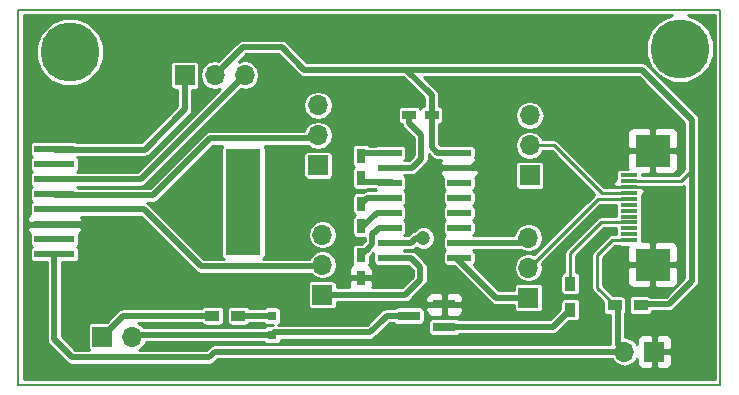
<source format=gbr>
G04 #@! TF.FileFunction,Copper,L1,Top,Signal*
%FSLAX46Y46*%
G04 Gerber Fmt 4.6, Leading zero omitted, Abs format (unit mm)*
G04 Created by KiCad (PCBNEW 4.0.6) date 07/10/17 08:56:55*
%MOMM*%
%LPD*%
G01*
G04 APERTURE LIST*
%ADD10C,0.100000*%
%ADD11C,0.150000*%
%ADD12C,5.000000*%
%ADD13R,2.000000X0.600000*%
%ADD14R,1.200000X0.900000*%
%ADD15R,0.900000X1.200000*%
%ADD16R,1.900000X0.800000*%
%ADD17R,1.700000X1.700000*%
%ADD18O,1.700000X1.700000*%
%ADD19R,3.400000X0.600000*%
%ADD20R,3.000000X9.000000*%
%ADD21R,0.800000X0.800000*%
%ADD22R,1.200000X0.750000*%
%ADD23R,0.750000X1.200000*%
%ADD24R,3.000000X2.700000*%
%ADD25R,1.400000X0.300000*%
%ADD26C,1.200000*%
%ADD27C,0.500000*%
%ADD28C,0.254000*%
G04 APERTURE END LIST*
D10*
D11*
X92102000Y-60452000D02*
X32666000Y-60452000D01*
X92102000Y-28702000D02*
X92102000Y-60452000D01*
X32666000Y-60452000D02*
X32666000Y-28702000D01*
X32666000Y-28702000D02*
X33428000Y-28702000D01*
X33428000Y-28702000D02*
X92102000Y-28702000D01*
D12*
X88690000Y-31990000D03*
D13*
X64090000Y-40815000D03*
X64090000Y-42085000D03*
X64090000Y-43355000D03*
X64090000Y-44625000D03*
X64090000Y-45895000D03*
X64090000Y-47165000D03*
X64090000Y-48435000D03*
X64090000Y-49705000D03*
X69990000Y-49705000D03*
X69990000Y-48435000D03*
X69990000Y-47165000D03*
X69990000Y-45895000D03*
X69990000Y-44625000D03*
X69990000Y-43355000D03*
X69990000Y-42085000D03*
X69990000Y-40815000D03*
D14*
X49092000Y-54610000D03*
X51292000Y-54610000D03*
X85330000Y-53710000D03*
X83130000Y-53710000D03*
D15*
X79390000Y-54100000D03*
X79390000Y-51900000D03*
D16*
X68710000Y-55560000D03*
X68710000Y-53660000D03*
X65710000Y-54610000D03*
D17*
X75846000Y-53086000D03*
D18*
X75846000Y-50546000D03*
X75846000Y-48006000D03*
D17*
X75950000Y-42720000D03*
D18*
X75950000Y-40180000D03*
X75950000Y-37640000D03*
D17*
X58020000Y-41870000D03*
D18*
X58020000Y-39330000D03*
X58020000Y-36790000D03*
D17*
X58400000Y-52840000D03*
D18*
X58400000Y-50300000D03*
X58400000Y-47760000D03*
D19*
X35714000Y-49403000D03*
X35714000Y-48133000D03*
X35714000Y-46863000D03*
X35714000Y-45593000D03*
X35714000Y-44323000D03*
X35714000Y-43053000D03*
X35714000Y-41783000D03*
X35714000Y-40513000D03*
D20*
X51714000Y-44958000D03*
D17*
X39778000Y-56388000D03*
D18*
X42318000Y-56388000D03*
D17*
X86514000Y-57658000D03*
D18*
X83974000Y-57658000D03*
D17*
X46740000Y-34250000D03*
D18*
X49280000Y-34250000D03*
X51820000Y-34250000D03*
D21*
X54110000Y-54610000D03*
X54110000Y-56210000D03*
D22*
X65750000Y-37610000D03*
X67650000Y-37610000D03*
D23*
X61640000Y-51410000D03*
X61640000Y-49510000D03*
X61690000Y-45140000D03*
X61690000Y-47040000D03*
X61650000Y-41070000D03*
X61650000Y-42970000D03*
D24*
X86350000Y-40640000D03*
X86350000Y-50300000D03*
D25*
X84350000Y-48220000D03*
X84350000Y-47720000D03*
X84350000Y-47220000D03*
X84350000Y-46720000D03*
X84350000Y-46220000D03*
X84350000Y-45720000D03*
X84350000Y-45220000D03*
X84350000Y-44720000D03*
X84350000Y-44220000D03*
X84350000Y-43720000D03*
X84350000Y-43220000D03*
X84350000Y-42720000D03*
D12*
X37010000Y-32270000D03*
D26*
X71390000Y-53680000D03*
X68740000Y-51470000D03*
X63780000Y-51390000D03*
X39220000Y-47100000D03*
X71880000Y-41290000D03*
X71870000Y-44650000D03*
X71840000Y-46710000D03*
X43730000Y-49230000D03*
X43700000Y-51240000D03*
X47620000Y-47330000D03*
X45880000Y-51240000D03*
X48040000Y-44710000D03*
X82100000Y-42570000D03*
X82160000Y-40400000D03*
X82220000Y-38550000D03*
X87010000Y-46110000D03*
X86420000Y-55430000D03*
X89710000Y-57650000D03*
X89730000Y-55890000D03*
X86540000Y-44680000D03*
X66950000Y-48030000D03*
D27*
X64315000Y-40840000D02*
X62740000Y-40840000D01*
D28*
X64340000Y-40815000D02*
X64315000Y-40840000D01*
D27*
X61880000Y-40840000D02*
X62740000Y-40840000D01*
X61650000Y-41070000D02*
X61880000Y-40840000D01*
D28*
X64265000Y-43280000D02*
X64340000Y-43355000D01*
D27*
X61960000Y-43280000D02*
X64265000Y-43280000D01*
X61650000Y-42970000D02*
X61960000Y-43280000D01*
X62205000Y-44625000D02*
X64340000Y-44625000D01*
X61690000Y-45140000D02*
X62205000Y-44625000D01*
D28*
X64340000Y-45895000D02*
X64325000Y-45910000D01*
X62980000Y-45910000D02*
X62970000Y-45910000D01*
D27*
X64325000Y-45910000D02*
X62980000Y-45910000D01*
D28*
X64340000Y-45895000D02*
X64325000Y-45910000D01*
D27*
X61850000Y-47040000D02*
X61690000Y-47040000D01*
X62980000Y-45910000D02*
X61850000Y-47040000D01*
X68730000Y-53680000D02*
X71390000Y-53680000D01*
X68710000Y-53660000D02*
X68730000Y-53680000D01*
X68740000Y-53630000D02*
X68740000Y-51470000D01*
X68710000Y-53660000D02*
X68740000Y-53630000D01*
X61660000Y-51390000D02*
X63780000Y-51390000D01*
X61640000Y-51410000D02*
X61660000Y-51390000D01*
X38940000Y-46820000D02*
X39220000Y-47100000D01*
X35757000Y-46820000D02*
X38940000Y-46820000D01*
X35714000Y-46863000D02*
X35757000Y-46820000D01*
X71080000Y-42090000D02*
X71880000Y-41290000D01*
X69745000Y-42090000D02*
X71080000Y-42090000D01*
X69740000Y-42085000D02*
X69745000Y-42090000D01*
X71870000Y-41300000D02*
X71870000Y-44650000D01*
X71880000Y-41290000D02*
X71870000Y-41300000D01*
X41350000Y-49230000D02*
X43730000Y-49230000D01*
X39220000Y-47100000D02*
X41350000Y-49230000D01*
X43700000Y-51240000D02*
X45880000Y-51240000D01*
X48040000Y-46910000D02*
X48040000Y-44710000D01*
X47620000Y-47330000D02*
X48040000Y-46910000D01*
D28*
X82820000Y-43700000D02*
X82100000Y-42980000D01*
X82830000Y-43700000D02*
X82820000Y-43700000D01*
X82830000Y-43720000D02*
X82830000Y-43700000D01*
X84350000Y-43720000D02*
X82830000Y-43720000D01*
X82100000Y-42980000D02*
X82100000Y-42570000D01*
X82160000Y-42510000D02*
X82160000Y-40400000D01*
X82100000Y-42570000D02*
X82160000Y-42510000D01*
X82220000Y-40340000D02*
X82220000Y-38550000D01*
X82160000Y-40400000D02*
X82220000Y-40340000D01*
X84360000Y-43710000D02*
X87090000Y-43710000D01*
X84350000Y-43720000D02*
X84360000Y-43710000D01*
X87010000Y-43790000D02*
X87010000Y-46110000D01*
X87025000Y-43775000D02*
X87010000Y-43790000D01*
X87090000Y-43710000D02*
X87025000Y-43775000D01*
X86420000Y-57564000D02*
X86420000Y-55430000D01*
X86514000Y-57658000D02*
X86420000Y-57564000D01*
X89710000Y-57650000D02*
X89730000Y-57650000D01*
X89730000Y-57630000D02*
X89730000Y-55890000D01*
X89710000Y-57650000D02*
X89730000Y-57630000D01*
X86540000Y-44260000D02*
X86540000Y-44680000D01*
X87025000Y-43775000D02*
X86540000Y-44260000D01*
D27*
X61640000Y-49510000D02*
X62220000Y-48930000D01*
X64340000Y-47165000D02*
X63155000Y-47165000D01*
X63155000Y-47165000D02*
X62610000Y-47710000D01*
X62610000Y-47710000D02*
X62610000Y-48540000D01*
X62610000Y-48540000D02*
X62220000Y-48930000D01*
D28*
X63165000Y-47205000D02*
X63170000Y-47200000D01*
D27*
X62740000Y-47630000D02*
X63165000Y-47205000D01*
D28*
X62730000Y-47630000D02*
X62740000Y-47630000D01*
X62730000Y-47700000D02*
X62730000Y-47630000D01*
X62710000Y-47700000D02*
X62730000Y-47700000D01*
D27*
X63205000Y-47165000D02*
X64340000Y-47165000D01*
D28*
X63165000Y-47205000D02*
X63205000Y-47165000D01*
D27*
X65960000Y-42090000D02*
X66730000Y-41320000D01*
X65640000Y-42090000D02*
X65960000Y-42090000D01*
X64345000Y-42090000D02*
X65640000Y-42090000D01*
D28*
X64340000Y-42085000D02*
X64345000Y-42090000D01*
D27*
X66750000Y-41300000D02*
X66750000Y-39330000D01*
D28*
X66730000Y-41320000D02*
X66750000Y-41300000D01*
D27*
X65750000Y-38330000D02*
X65750000Y-37610000D01*
X66750000Y-39330000D02*
X65750000Y-38330000D01*
X68140000Y-40810000D02*
X67660000Y-40330000D01*
X69735000Y-40810000D02*
X68140000Y-40810000D01*
D28*
X69740000Y-40815000D02*
X69735000Y-40810000D01*
D27*
X67650000Y-40320000D02*
X67650000Y-37610000D01*
D28*
X67660000Y-40330000D02*
X67650000Y-40320000D01*
D27*
X65490000Y-33780000D02*
X67660000Y-35950000D01*
X56860000Y-33780000D02*
X65490000Y-33780000D01*
X67650000Y-35960000D02*
X67650000Y-37610000D01*
D28*
X67660000Y-35950000D02*
X67650000Y-35960000D01*
D27*
X87710000Y-53620000D02*
X89580000Y-51750000D01*
D28*
X85420000Y-53620000D02*
X87710000Y-53620000D01*
X85330000Y-53710000D02*
X85420000Y-53620000D01*
D27*
X89680000Y-42280000D02*
X89680000Y-38020000D01*
X89680000Y-51650000D02*
X89680000Y-42280000D01*
D28*
X89580000Y-51750000D02*
X89680000Y-51650000D01*
D27*
X85440000Y-33780000D02*
X65490000Y-33780000D01*
X89680000Y-38020000D02*
X85440000Y-33780000D01*
X85420000Y-53620000D02*
X87710000Y-53620000D01*
D28*
X85330000Y-53710000D02*
X85420000Y-53620000D01*
D27*
X54940000Y-31860000D02*
X56860000Y-33780000D01*
X51670000Y-31860000D02*
X54940000Y-31860000D01*
X49280000Y-34250000D02*
X51670000Y-31860000D01*
D28*
X88730000Y-43230000D02*
X89680000Y-42280000D01*
X84360000Y-43230000D02*
X88730000Y-43230000D01*
X84350000Y-43220000D02*
X84360000Y-43230000D01*
D27*
X51292000Y-54610000D02*
X54110000Y-54610000D01*
X42496000Y-56210000D02*
X54110000Y-56210000D01*
D28*
X42318000Y-56388000D02*
X42496000Y-56210000D01*
D27*
X62430000Y-56010000D02*
X63580000Y-54860000D01*
X62280000Y-56010000D02*
X62430000Y-56010000D01*
X54310000Y-56010000D02*
X62280000Y-56010000D01*
D28*
X54110000Y-56210000D02*
X54310000Y-56010000D01*
D27*
X63830000Y-54610000D02*
X65710000Y-54610000D01*
X63580000Y-54860000D02*
X63830000Y-54610000D01*
D28*
X35714000Y-40513000D02*
X35727000Y-40500000D01*
D27*
X43340000Y-40540000D02*
X46720000Y-37160000D01*
X35741000Y-40540000D02*
X43340000Y-40540000D01*
X35714000Y-40513000D02*
X35741000Y-40540000D01*
X46740000Y-37140000D02*
X46740000Y-34250000D01*
X46720000Y-37160000D02*
X46740000Y-37140000D01*
D28*
X35714000Y-43053000D02*
X35721000Y-43060000D01*
D27*
X41556000Y-54610000D02*
X49092000Y-54610000D01*
X39778000Y-56388000D02*
X41556000Y-54610000D01*
X51580000Y-34480000D02*
X44220000Y-41840000D01*
X51580000Y-34260000D02*
X51580000Y-34480000D01*
X51810000Y-34260000D02*
X51580000Y-34260000D01*
X51820000Y-34250000D02*
X51810000Y-34260000D01*
X42493000Y-43053000D02*
X35714000Y-43053000D01*
X44220000Y-41830000D02*
X44220000Y-41840000D01*
X42997000Y-43053000D02*
X44220000Y-41830000D01*
X42493000Y-43053000D02*
X42997000Y-43053000D01*
X35714000Y-43053000D02*
X42493000Y-43053000D01*
D28*
X82940000Y-48210000D02*
X82950000Y-48200000D01*
X81670000Y-52250000D02*
X81670000Y-49780000D01*
X83130000Y-53710000D02*
X81670000Y-52250000D01*
X84340000Y-48210000D02*
X82940000Y-48210000D01*
X84350000Y-48220000D02*
X84340000Y-48210000D01*
X81670000Y-49480000D02*
X81670000Y-49780000D01*
X82940000Y-48210000D02*
X81670000Y-49480000D01*
X83410000Y-53990000D02*
X83130000Y-53710000D01*
D27*
X83410000Y-57094000D02*
X83410000Y-53990000D01*
X83974000Y-57658000D02*
X83410000Y-57094000D01*
X35690000Y-56620000D02*
X37210000Y-58140000D01*
X35690000Y-49427000D02*
X35690000Y-56620000D01*
D28*
X35714000Y-49403000D02*
X35690000Y-49427000D01*
D27*
X49290000Y-57658000D02*
X83974000Y-57658000D01*
X48808000Y-58140000D02*
X37210000Y-58140000D01*
X49290000Y-57658000D02*
X48808000Y-58140000D01*
X48120000Y-50430000D02*
X43290000Y-45600000D01*
D28*
X48170000Y-50430000D02*
X48120000Y-50430000D01*
D27*
X58270000Y-50430000D02*
X48170000Y-50430000D01*
D28*
X58400000Y-50300000D02*
X58270000Y-50430000D01*
D27*
X43283000Y-45593000D02*
X35714000Y-45593000D01*
D28*
X43290000Y-45600000D02*
X43283000Y-45593000D01*
D27*
X35791000Y-44400000D02*
X44080000Y-44400000D01*
D28*
X35714000Y-44323000D02*
X35791000Y-44400000D01*
D27*
X44080000Y-44400000D02*
X48890000Y-39590000D01*
X57760000Y-39590000D02*
X48890000Y-39590000D01*
X58020000Y-39330000D02*
X57760000Y-39590000D01*
X65920000Y-49750000D02*
X66670000Y-50500000D01*
D28*
X65920000Y-49740000D02*
X65920000Y-49750000D01*
D27*
X64375000Y-49740000D02*
X65920000Y-49740000D01*
D28*
X64340000Y-49705000D02*
X64375000Y-49740000D01*
D27*
X66670000Y-50500000D02*
X66670000Y-51590000D01*
X65420000Y-52840000D02*
X58400000Y-52840000D01*
X66670000Y-51590000D02*
X65420000Y-52840000D01*
X64340000Y-48435000D02*
X65865000Y-48435000D01*
X65865000Y-48435000D02*
X65880000Y-48450000D01*
X66300000Y-48030000D02*
X65880000Y-48450000D01*
X66600000Y-48030000D02*
X66300000Y-48030000D01*
X66950000Y-48030000D02*
X66600000Y-48030000D01*
X64355000Y-48450000D02*
X65880000Y-48450000D01*
D28*
X64340000Y-48435000D02*
X64355000Y-48450000D01*
X82020000Y-46710000D02*
X79390000Y-49340000D01*
X84340000Y-46710000D02*
X82020000Y-46710000D01*
X84350000Y-46720000D02*
X84340000Y-46710000D01*
X79390000Y-49340000D02*
X79390000Y-51900000D01*
X75950000Y-50490000D02*
X81710000Y-44730000D01*
X75950000Y-50540000D02*
X75950000Y-50490000D01*
X75860000Y-50540000D02*
X75950000Y-50540000D01*
X75860000Y-50560000D02*
X75860000Y-50540000D01*
X75846000Y-50546000D02*
X75860000Y-50560000D01*
X81720000Y-44720000D02*
X84350000Y-44720000D01*
X81710000Y-44730000D02*
X81720000Y-44720000D01*
X78220000Y-40390000D02*
X78150000Y-40320000D01*
X82040000Y-44210000D02*
X78220000Y-40390000D01*
X82050000Y-44210000D02*
X82040000Y-44210000D01*
X84340000Y-44210000D02*
X82050000Y-44210000D01*
X84350000Y-44220000D02*
X84340000Y-44210000D01*
X78010000Y-40180000D02*
X75950000Y-40180000D01*
X78220000Y-40390000D02*
X78010000Y-40180000D01*
D27*
X73121000Y-53086000D02*
X75846000Y-53086000D01*
X69740000Y-49705000D02*
X73121000Y-53086000D01*
X75417000Y-48435000D02*
X69740000Y-48435000D01*
X75846000Y-48006000D02*
X75417000Y-48435000D01*
X77930000Y-55560000D02*
X68710000Y-55560000D01*
X79390000Y-54100000D02*
X77930000Y-55560000D01*
D28*
G36*
X87060177Y-29546183D02*
X86249031Y-30355914D01*
X85809501Y-31414420D01*
X85808501Y-32560552D01*
X86246183Y-33619823D01*
X87055914Y-34430969D01*
X88114420Y-34870499D01*
X89260552Y-34871499D01*
X90319823Y-34433817D01*
X91130969Y-33624086D01*
X91570499Y-32565580D01*
X91571499Y-31419448D01*
X91133817Y-30360177D01*
X90324086Y-29549031D01*
X89382379Y-29158000D01*
X91646000Y-29158000D01*
X91646000Y-59996000D01*
X33122000Y-59996000D01*
X33122000Y-46436691D01*
X33379000Y-46436691D01*
X33379000Y-46577250D01*
X33537750Y-46736000D01*
X35587000Y-46736000D01*
X35587000Y-46716000D01*
X35841000Y-46716000D01*
X35841000Y-46736000D01*
X37890250Y-46736000D01*
X38049000Y-46577250D01*
X38049000Y-46436691D01*
X37960900Y-46224000D01*
X43021632Y-46224000D01*
X47673816Y-50876185D01*
X47878527Y-51012968D01*
X48120000Y-51061000D01*
X48145000Y-51056027D01*
X48170000Y-51061000D01*
X57432304Y-51061000D01*
X57505435Y-51170448D01*
X57904800Y-51437296D01*
X58375883Y-51531000D01*
X58424117Y-51531000D01*
X58895200Y-51437296D01*
X59294565Y-51170448D01*
X59561413Y-50771083D01*
X59655117Y-50300000D01*
X59561413Y-49828917D01*
X59294565Y-49429552D01*
X58895200Y-49162704D01*
X58424117Y-49069000D01*
X58375883Y-49069000D01*
X57904800Y-49162704D01*
X57505435Y-49429552D01*
X57258577Y-49799000D01*
X53387665Y-49799000D01*
X53484865Y-49736454D01*
X53571859Y-49609134D01*
X53602464Y-49458000D01*
X53602464Y-47760000D01*
X57144883Y-47760000D01*
X57238587Y-48231083D01*
X57505435Y-48630448D01*
X57904800Y-48897296D01*
X58375883Y-48991000D01*
X58424117Y-48991000D01*
X58895200Y-48897296D01*
X59294565Y-48630448D01*
X59561413Y-48231083D01*
X59655117Y-47760000D01*
X59561413Y-47288917D01*
X59294565Y-46889552D01*
X58895200Y-46622704D01*
X58424117Y-46529000D01*
X58375883Y-46529000D01*
X57904800Y-46622704D01*
X57505435Y-46889552D01*
X57238587Y-47288917D01*
X57144883Y-47760000D01*
X53602464Y-47760000D01*
X53602464Y-41020000D01*
X56781536Y-41020000D01*
X56781536Y-42720000D01*
X56808103Y-42861190D01*
X56891546Y-42990865D01*
X57018866Y-43077859D01*
X57170000Y-43108464D01*
X58870000Y-43108464D01*
X59011190Y-43081897D01*
X59140865Y-42998454D01*
X59227859Y-42871134D01*
X59258464Y-42720000D01*
X59258464Y-41020000D01*
X59231897Y-40878810D01*
X59148454Y-40749135D01*
X59021134Y-40662141D01*
X58870000Y-40631536D01*
X57170000Y-40631536D01*
X57028810Y-40658103D01*
X56899135Y-40741546D01*
X56812141Y-40868866D01*
X56781536Y-41020000D01*
X53602464Y-41020000D01*
X53602464Y-40458000D01*
X53575897Y-40316810D01*
X53514245Y-40221000D01*
X57156193Y-40221000D01*
X57524800Y-40467296D01*
X57995883Y-40561000D01*
X58044117Y-40561000D01*
X58515200Y-40467296D01*
X58914565Y-40200448D01*
X59181413Y-39801083D01*
X59275117Y-39330000D01*
X59181413Y-38858917D01*
X58914565Y-38459552D01*
X58515200Y-38192704D01*
X58044117Y-38099000D01*
X57995883Y-38099000D01*
X57524800Y-38192704D01*
X57125435Y-38459552D01*
X56858587Y-38858917D01*
X56838679Y-38959000D01*
X48890000Y-38959000D01*
X48688589Y-38999063D01*
X48648526Y-39007032D01*
X48443815Y-39143816D01*
X43818632Y-43769000D01*
X37703306Y-43769000D01*
X37692454Y-43752135D01*
X37597813Y-43687470D01*
X37603206Y-43684000D01*
X42997000Y-43684000D01*
X43238473Y-43635968D01*
X43443184Y-43499184D01*
X44636050Y-42306319D01*
X44666184Y-42286184D01*
X50162368Y-36790000D01*
X56764883Y-36790000D01*
X56858587Y-37261083D01*
X57125435Y-37660448D01*
X57524800Y-37927296D01*
X57995883Y-38021000D01*
X58044117Y-38021000D01*
X58515200Y-37927296D01*
X58914565Y-37660448D01*
X59181413Y-37261083D01*
X59275117Y-36790000D01*
X59181413Y-36318917D01*
X58914565Y-35919552D01*
X58515200Y-35652704D01*
X58044117Y-35559000D01*
X57995883Y-35559000D01*
X57524800Y-35652704D01*
X57125435Y-35919552D01*
X56858587Y-36318917D01*
X56764883Y-36790000D01*
X50162368Y-36790000D01*
X51509095Y-35443274D01*
X51820000Y-35505117D01*
X52291083Y-35411413D01*
X52690448Y-35144565D01*
X52957296Y-34745200D01*
X53051000Y-34274117D01*
X53051000Y-34225883D01*
X52957296Y-33754800D01*
X52690448Y-33355435D01*
X52291083Y-33088587D01*
X51820000Y-32994883D01*
X51348917Y-33088587D01*
X51303304Y-33119065D01*
X51931369Y-32491000D01*
X54678632Y-32491000D01*
X56413816Y-34226184D01*
X56618527Y-34362968D01*
X56860000Y-34411000D01*
X65228632Y-34411000D01*
X67019000Y-36201369D01*
X67019000Y-36852369D01*
X66908810Y-36873103D01*
X66779135Y-36956546D01*
X66699020Y-37073798D01*
X66628454Y-36964135D01*
X66501134Y-36877141D01*
X66350000Y-36846536D01*
X65150000Y-36846536D01*
X65008810Y-36873103D01*
X64879135Y-36956546D01*
X64792141Y-37083866D01*
X64761536Y-37235000D01*
X64761536Y-37985000D01*
X64788103Y-38126190D01*
X64871546Y-38255865D01*
X64998866Y-38342859D01*
X65126707Y-38368747D01*
X65167032Y-38571473D01*
X65303816Y-38776184D01*
X66119000Y-39591369D01*
X66119000Y-41038631D01*
X65698632Y-41459000D01*
X65287761Y-41459000D01*
X65273813Y-41449470D01*
X65360865Y-41393454D01*
X65447859Y-41266134D01*
X65478464Y-41115000D01*
X65478464Y-40515000D01*
X65451897Y-40373810D01*
X65368454Y-40244135D01*
X65241134Y-40157141D01*
X65090000Y-40126536D01*
X63090000Y-40126536D01*
X62948810Y-40153103D01*
X62861943Y-40209000D01*
X62309802Y-40209000D01*
X62303454Y-40199135D01*
X62176134Y-40112141D01*
X62025000Y-40081536D01*
X61275000Y-40081536D01*
X61133810Y-40108103D01*
X61004135Y-40191546D01*
X60917141Y-40318866D01*
X60886536Y-40470000D01*
X60886536Y-41670000D01*
X60913103Y-41811190D01*
X60996546Y-41940865D01*
X61113798Y-42020980D01*
X61004135Y-42091546D01*
X60917141Y-42218866D01*
X60886536Y-42370000D01*
X60886536Y-43570000D01*
X60913103Y-43711190D01*
X60996546Y-43840865D01*
X61123866Y-43927859D01*
X61275000Y-43958464D01*
X62025000Y-43958464D01*
X62166190Y-43931897D01*
X62198665Y-43911000D01*
X62801981Y-43911000D01*
X62811546Y-43925865D01*
X62906187Y-43990530D01*
X62900794Y-43994000D01*
X62205000Y-43994000D01*
X61969776Y-44040789D01*
X61963527Y-44042032D01*
X61799643Y-44151536D01*
X61315000Y-44151536D01*
X61173810Y-44178103D01*
X61044135Y-44261546D01*
X60957141Y-44388866D01*
X60926536Y-44540000D01*
X60926536Y-45740000D01*
X60953103Y-45881190D01*
X61036546Y-46010865D01*
X61153798Y-46090980D01*
X61044135Y-46161546D01*
X60957141Y-46288866D01*
X60926536Y-46440000D01*
X60926536Y-47640000D01*
X60953103Y-47781190D01*
X61036546Y-47910865D01*
X61163866Y-47997859D01*
X61315000Y-48028464D01*
X61979000Y-48028464D01*
X61979000Y-48278631D01*
X61773816Y-48483816D01*
X61736096Y-48521536D01*
X61265000Y-48521536D01*
X61123810Y-48548103D01*
X60994135Y-48631546D01*
X60907141Y-48758866D01*
X60876536Y-48910000D01*
X60876536Y-50110000D01*
X60903103Y-50251190D01*
X60913972Y-50268081D01*
X60905301Y-50271673D01*
X60726673Y-50450302D01*
X60630000Y-50683691D01*
X60630000Y-51124250D01*
X60788750Y-51283000D01*
X61513000Y-51283000D01*
X61513000Y-51263000D01*
X61767000Y-51263000D01*
X61767000Y-51283000D01*
X62491250Y-51283000D01*
X62650000Y-51124250D01*
X62650000Y-50683691D01*
X62553327Y-50450302D01*
X62374699Y-50271673D01*
X62367652Y-50268754D01*
X62372859Y-50261134D01*
X62403464Y-50110000D01*
X62403464Y-49638904D01*
X62717830Y-49324538D01*
X62701536Y-49405000D01*
X62701536Y-50005000D01*
X62728103Y-50146190D01*
X62811546Y-50275865D01*
X62938866Y-50362859D01*
X63090000Y-50393464D01*
X65090000Y-50393464D01*
X65209385Y-50371000D01*
X65648632Y-50371000D01*
X66039000Y-50761369D01*
X66039000Y-51328632D01*
X65158632Y-52209000D01*
X62619890Y-52209000D01*
X62650000Y-52136309D01*
X62650000Y-51695750D01*
X62491250Y-51537000D01*
X61767000Y-51537000D01*
X61767000Y-51557000D01*
X61513000Y-51557000D01*
X61513000Y-51537000D01*
X60788750Y-51537000D01*
X60630000Y-51695750D01*
X60630000Y-52136309D01*
X60660110Y-52209000D01*
X59638464Y-52209000D01*
X59638464Y-51990000D01*
X59611897Y-51848810D01*
X59528454Y-51719135D01*
X59401134Y-51632141D01*
X59250000Y-51601536D01*
X57550000Y-51601536D01*
X57408810Y-51628103D01*
X57279135Y-51711546D01*
X57192141Y-51838866D01*
X57161536Y-51990000D01*
X57161536Y-53690000D01*
X57188103Y-53831190D01*
X57271546Y-53960865D01*
X57398866Y-54047859D01*
X57550000Y-54078464D01*
X59250000Y-54078464D01*
X59391190Y-54051897D01*
X59520865Y-53968454D01*
X59607859Y-53841134D01*
X59638464Y-53690000D01*
X59638464Y-53471000D01*
X65420000Y-53471000D01*
X65661473Y-53422968D01*
X65866184Y-53286184D01*
X66018678Y-53133690D01*
X67125000Y-53133690D01*
X67125000Y-53374250D01*
X67283750Y-53533000D01*
X68583000Y-53533000D01*
X68583000Y-52783750D01*
X68837000Y-52783750D01*
X68837000Y-53533000D01*
X70136250Y-53533000D01*
X70295000Y-53374250D01*
X70295000Y-53133690D01*
X70198327Y-52900301D01*
X70019698Y-52721673D01*
X69786309Y-52625000D01*
X68995750Y-52625000D01*
X68837000Y-52783750D01*
X68583000Y-52783750D01*
X68424250Y-52625000D01*
X67633691Y-52625000D01*
X67400302Y-52721673D01*
X67221673Y-52900301D01*
X67125000Y-53133690D01*
X66018678Y-53133690D01*
X67116184Y-52036184D01*
X67252968Y-51831473D01*
X67301000Y-51590000D01*
X67301000Y-50500000D01*
X67252968Y-50258527D01*
X67252968Y-50258526D01*
X67116184Y-50053815D01*
X66386321Y-49323953D01*
X66366184Y-49293816D01*
X66161473Y-49157032D01*
X65920000Y-49109000D01*
X65331668Y-49109000D01*
X65290688Y-49081000D01*
X65880000Y-49081000D01*
X66121473Y-49032968D01*
X66326184Y-48896184D01*
X66377407Y-48844961D01*
X66393583Y-48861166D01*
X66754011Y-49010829D01*
X67144277Y-49011170D01*
X67504966Y-48862136D01*
X67781166Y-48586417D01*
X67930829Y-48225989D01*
X67931170Y-47835723D01*
X67782136Y-47475034D01*
X67506417Y-47198834D01*
X67145989Y-47049171D01*
X66755723Y-47048830D01*
X66395034Y-47197864D01*
X66167057Y-47425444D01*
X66058527Y-47447032D01*
X65853816Y-47583815D01*
X65633632Y-47804000D01*
X65280443Y-47804000D01*
X65273813Y-47799470D01*
X65360865Y-47743454D01*
X65447859Y-47616134D01*
X65478464Y-47465000D01*
X65478464Y-46865000D01*
X65451897Y-46723810D01*
X65368454Y-46594135D01*
X65273813Y-46529470D01*
X65360865Y-46473454D01*
X65447859Y-46346134D01*
X65478464Y-46195000D01*
X65478464Y-45595000D01*
X65451897Y-45453810D01*
X65368454Y-45324135D01*
X65273813Y-45259470D01*
X65360865Y-45203454D01*
X65447859Y-45076134D01*
X65478464Y-44925000D01*
X65478464Y-44325000D01*
X65451897Y-44183810D01*
X65368454Y-44054135D01*
X65273813Y-43989470D01*
X65360865Y-43933454D01*
X65447859Y-43806134D01*
X65478464Y-43655000D01*
X65478464Y-43055000D01*
X65451897Y-42913810D01*
X65368454Y-42784135D01*
X65276053Y-42721000D01*
X65960000Y-42721000D01*
X66201473Y-42672968D01*
X66406184Y-42536184D01*
X66571618Y-42370750D01*
X68355000Y-42370750D01*
X68355000Y-42511310D01*
X68451673Y-42744699D01*
X68628554Y-42921579D01*
X68601536Y-43055000D01*
X68601536Y-43655000D01*
X68628103Y-43796190D01*
X68711546Y-43925865D01*
X68806187Y-43990530D01*
X68719135Y-44046546D01*
X68632141Y-44173866D01*
X68601536Y-44325000D01*
X68601536Y-44925000D01*
X68628103Y-45066190D01*
X68711546Y-45195865D01*
X68806187Y-45260530D01*
X68719135Y-45316546D01*
X68632141Y-45443866D01*
X68601536Y-45595000D01*
X68601536Y-46195000D01*
X68628103Y-46336190D01*
X68711546Y-46465865D01*
X68806187Y-46530530D01*
X68719135Y-46586546D01*
X68632141Y-46713866D01*
X68601536Y-46865000D01*
X68601536Y-47465000D01*
X68628103Y-47606190D01*
X68711546Y-47735865D01*
X68806187Y-47800530D01*
X68719135Y-47856546D01*
X68632141Y-47983866D01*
X68601536Y-48135000D01*
X68601536Y-48735000D01*
X68628103Y-48876190D01*
X68711546Y-49005865D01*
X68806187Y-49070530D01*
X68719135Y-49126546D01*
X68632141Y-49253866D01*
X68601536Y-49405000D01*
X68601536Y-50005000D01*
X68628103Y-50146190D01*
X68711546Y-50275865D01*
X68838866Y-50362859D01*
X68990000Y-50393464D01*
X69536096Y-50393464D01*
X72674816Y-53532184D01*
X72879527Y-53668968D01*
X73121000Y-53717000D01*
X74607536Y-53717000D01*
X74607536Y-53936000D01*
X74634103Y-54077190D01*
X74717546Y-54206865D01*
X74844866Y-54293859D01*
X74996000Y-54324464D01*
X76696000Y-54324464D01*
X76837190Y-54297897D01*
X76966865Y-54214454D01*
X77053859Y-54087134D01*
X77084464Y-53936000D01*
X77084464Y-52236000D01*
X77057897Y-52094810D01*
X76974454Y-51965135D01*
X76847134Y-51878141D01*
X76696000Y-51847536D01*
X74996000Y-51847536D01*
X74854810Y-51874103D01*
X74725135Y-51957546D01*
X74638141Y-52084866D01*
X74607536Y-52236000D01*
X74607536Y-52455000D01*
X73382368Y-52455000D01*
X71230416Y-50303048D01*
X71260865Y-50283454D01*
X71347859Y-50156134D01*
X71378464Y-50005000D01*
X71378464Y-49405000D01*
X71351897Y-49263810D01*
X71268454Y-49134135D01*
X71173813Y-49069470D01*
X71179206Y-49066000D01*
X75235119Y-49066000D01*
X75350800Y-49143296D01*
X75821883Y-49237000D01*
X75870117Y-49237000D01*
X76341200Y-49143296D01*
X76740565Y-48876448D01*
X77007413Y-48477083D01*
X77101117Y-48006000D01*
X77007413Y-47534917D01*
X76740565Y-47135552D01*
X76341200Y-46868704D01*
X75870117Y-46775000D01*
X75821883Y-46775000D01*
X75350800Y-46868704D01*
X74951435Y-47135552D01*
X74684587Y-47534917D01*
X74631063Y-47804000D01*
X71180443Y-47804000D01*
X71173813Y-47799470D01*
X71260865Y-47743454D01*
X71347859Y-47616134D01*
X71378464Y-47465000D01*
X71378464Y-46865000D01*
X71351897Y-46723810D01*
X71268454Y-46594135D01*
X71173813Y-46529470D01*
X71260865Y-46473454D01*
X71347859Y-46346134D01*
X71378464Y-46195000D01*
X71378464Y-45595000D01*
X71351897Y-45453810D01*
X71268454Y-45324135D01*
X71173813Y-45259470D01*
X71260865Y-45203454D01*
X71347859Y-45076134D01*
X71378464Y-44925000D01*
X71378464Y-44325000D01*
X71351897Y-44183810D01*
X71268454Y-44054135D01*
X71173813Y-43989470D01*
X71260865Y-43933454D01*
X71347859Y-43806134D01*
X71378464Y-43655000D01*
X71378464Y-43055000D01*
X71353056Y-42919969D01*
X71528327Y-42744699D01*
X71625000Y-42511310D01*
X71625000Y-42370750D01*
X71466250Y-42212000D01*
X70117000Y-42212000D01*
X70117000Y-42232000D01*
X69863000Y-42232000D01*
X69863000Y-42212000D01*
X68513750Y-42212000D01*
X68355000Y-42370750D01*
X66571618Y-42370750D01*
X67176184Y-41766185D01*
X67184196Y-41754194D01*
X67196184Y-41746184D01*
X67332968Y-41541473D01*
X67381000Y-41300000D01*
X67381000Y-40943368D01*
X67693816Y-41256185D01*
X67884830Y-41383816D01*
X67898527Y-41392968D01*
X68140000Y-41441000D01*
X68445170Y-41441000D01*
X68355000Y-41658690D01*
X68355000Y-41799250D01*
X68513750Y-41958000D01*
X69863000Y-41958000D01*
X69863000Y-41938000D01*
X70117000Y-41938000D01*
X70117000Y-41958000D01*
X71466250Y-41958000D01*
X71554250Y-41870000D01*
X74711536Y-41870000D01*
X74711536Y-43570000D01*
X74738103Y-43711190D01*
X74821546Y-43840865D01*
X74948866Y-43927859D01*
X75100000Y-43958464D01*
X76800000Y-43958464D01*
X76941190Y-43931897D01*
X77070865Y-43848454D01*
X77157859Y-43721134D01*
X77188464Y-43570000D01*
X77188464Y-41870000D01*
X77161897Y-41728810D01*
X77078454Y-41599135D01*
X76951134Y-41512141D01*
X76800000Y-41481536D01*
X75100000Y-41481536D01*
X74958810Y-41508103D01*
X74829135Y-41591546D01*
X74742141Y-41718866D01*
X74711536Y-41870000D01*
X71554250Y-41870000D01*
X71625000Y-41799250D01*
X71625000Y-41658690D01*
X71528327Y-41425301D01*
X71351446Y-41248421D01*
X71378464Y-41115000D01*
X71378464Y-40515000D01*
X71351897Y-40373810D01*
X71268454Y-40244135D01*
X71141134Y-40157141D01*
X70990000Y-40126536D01*
X68990000Y-40126536D01*
X68848810Y-40153103D01*
X68808565Y-40179000D01*
X68401369Y-40179000D01*
X68281000Y-40058632D01*
X68281000Y-38367631D01*
X68391190Y-38346897D01*
X68520865Y-38263454D01*
X68607859Y-38136134D01*
X68638464Y-37985000D01*
X68638464Y-37640000D01*
X74694883Y-37640000D01*
X74788587Y-38111083D01*
X75055435Y-38510448D01*
X75454800Y-38777296D01*
X75925883Y-38871000D01*
X75974117Y-38871000D01*
X76445200Y-38777296D01*
X76844565Y-38510448D01*
X77111413Y-38111083D01*
X77205117Y-37640000D01*
X77111413Y-37168917D01*
X76844565Y-36769552D01*
X76445200Y-36502704D01*
X75974117Y-36409000D01*
X75925883Y-36409000D01*
X75454800Y-36502704D01*
X75055435Y-36769552D01*
X74788587Y-37168917D01*
X74694883Y-37640000D01*
X68638464Y-37640000D01*
X68638464Y-37235000D01*
X68611897Y-37093810D01*
X68528454Y-36964135D01*
X68401134Y-36877141D01*
X68281000Y-36852814D01*
X68281000Y-36000269D01*
X68290999Y-35950000D01*
X68242968Y-35708526D01*
X68106184Y-35503815D01*
X67013368Y-34411000D01*
X85178632Y-34411000D01*
X89049000Y-38281369D01*
X89049000Y-42192580D01*
X88519580Y-42722000D01*
X85438464Y-42722000D01*
X85438464Y-42625000D01*
X86064250Y-42625000D01*
X86223000Y-42466250D01*
X86223000Y-40767000D01*
X86477000Y-40767000D01*
X86477000Y-42466250D01*
X86635750Y-42625000D01*
X87976310Y-42625000D01*
X88209699Y-42528327D01*
X88388327Y-42349698D01*
X88485000Y-42116309D01*
X88485000Y-40925750D01*
X88326250Y-40767000D01*
X86477000Y-40767000D01*
X86223000Y-40767000D01*
X84373750Y-40767000D01*
X84215000Y-40925750D01*
X84215000Y-42116309D01*
X84242018Y-42181536D01*
X83650000Y-42181536D01*
X83508810Y-42208103D01*
X83379135Y-42291546D01*
X83292141Y-42418866D01*
X83261536Y-42570000D01*
X83261536Y-42870000D01*
X83281043Y-42973670D01*
X83263964Y-43058010D01*
X83111673Y-43210302D01*
X83015000Y-43443691D01*
X83015000Y-43486250D01*
X83121748Y-43592998D01*
X83015000Y-43592998D01*
X83015000Y-43702000D01*
X82250420Y-43702000D01*
X78369210Y-39820790D01*
X78204403Y-39710669D01*
X78010000Y-39672000D01*
X77086746Y-39672000D01*
X76844565Y-39309552D01*
X76626270Y-39163691D01*
X84215000Y-39163691D01*
X84215000Y-40354250D01*
X84373750Y-40513000D01*
X86223000Y-40513000D01*
X86223000Y-38813750D01*
X86477000Y-38813750D01*
X86477000Y-40513000D01*
X88326250Y-40513000D01*
X88485000Y-40354250D01*
X88485000Y-39163691D01*
X88388327Y-38930302D01*
X88209699Y-38751673D01*
X87976310Y-38655000D01*
X86635750Y-38655000D01*
X86477000Y-38813750D01*
X86223000Y-38813750D01*
X86064250Y-38655000D01*
X84723690Y-38655000D01*
X84490301Y-38751673D01*
X84311673Y-38930302D01*
X84215000Y-39163691D01*
X76626270Y-39163691D01*
X76445200Y-39042704D01*
X75974117Y-38949000D01*
X75925883Y-38949000D01*
X75454800Y-39042704D01*
X75055435Y-39309552D01*
X74788587Y-39708917D01*
X74694883Y-40180000D01*
X74788587Y-40651083D01*
X75055435Y-41050448D01*
X75454800Y-41317296D01*
X75925883Y-41411000D01*
X75974117Y-41411000D01*
X76445200Y-41317296D01*
X76844565Y-41050448D01*
X77086746Y-40688000D01*
X77799580Y-40688000D01*
X81427677Y-44316097D01*
X81360790Y-44360790D01*
X76317575Y-49404005D01*
X75870117Y-49315000D01*
X75821883Y-49315000D01*
X75350800Y-49408704D01*
X74951435Y-49675552D01*
X74684587Y-50074917D01*
X74590883Y-50546000D01*
X74684587Y-51017083D01*
X74951435Y-51416448D01*
X75350800Y-51683296D01*
X75821883Y-51777000D01*
X75870117Y-51777000D01*
X76341200Y-51683296D01*
X76740565Y-51416448D01*
X77007413Y-51017083D01*
X77101117Y-50546000D01*
X77020037Y-50138383D01*
X81930420Y-45228000D01*
X83261536Y-45228000D01*
X83261536Y-45370000D01*
X83281043Y-45473670D01*
X83261536Y-45570000D01*
X83261536Y-45870000D01*
X83281043Y-45973670D01*
X83261536Y-46070000D01*
X83261536Y-46202000D01*
X82020000Y-46202000D01*
X81825597Y-46240669D01*
X81660790Y-46350790D01*
X79030790Y-48980790D01*
X78920669Y-49145597D01*
X78882000Y-49340000D01*
X78882000Y-50922450D01*
X78798810Y-50938103D01*
X78669135Y-51021546D01*
X78582141Y-51148866D01*
X78551536Y-51300000D01*
X78551536Y-52500000D01*
X78578103Y-52641190D01*
X78661546Y-52770865D01*
X78788866Y-52857859D01*
X78940000Y-52888464D01*
X79840000Y-52888464D01*
X79981190Y-52861897D01*
X80110865Y-52778454D01*
X80197859Y-52651134D01*
X80228464Y-52500000D01*
X80228464Y-51300000D01*
X80201897Y-51158810D01*
X80118454Y-51029135D01*
X79991134Y-50942141D01*
X79898000Y-50923281D01*
X79898000Y-49550420D01*
X82230420Y-47218000D01*
X83261536Y-47218000D01*
X83261536Y-47370000D01*
X83281043Y-47473670D01*
X83261536Y-47570000D01*
X83261536Y-47702000D01*
X83000274Y-47702000D01*
X82950000Y-47692000D01*
X82755596Y-47730669D01*
X82590790Y-47840790D01*
X81310790Y-49120790D01*
X81200669Y-49285597D01*
X81162000Y-49480000D01*
X81162000Y-52250000D01*
X81200669Y-52444403D01*
X81310790Y-52609210D01*
X82141536Y-53439956D01*
X82141536Y-54160000D01*
X82168103Y-54301190D01*
X82251546Y-54430865D01*
X82378866Y-54517859D01*
X82530000Y-54548464D01*
X82779000Y-54548464D01*
X82779000Y-57027000D01*
X49290000Y-57027000D01*
X49048527Y-57075032D01*
X48843816Y-57211816D01*
X48546632Y-57509000D01*
X42849565Y-57509000D01*
X43188448Y-57282565D01*
X43455296Y-56883200D01*
X43463690Y-56841000D01*
X53405894Y-56841000D01*
X53431546Y-56880865D01*
X53558866Y-56967859D01*
X53710000Y-56998464D01*
X54510000Y-56998464D01*
X54651190Y-56971897D01*
X54780865Y-56888454D01*
X54867859Y-56761134D01*
X54892186Y-56641000D01*
X62430000Y-56641000D01*
X62671473Y-56592968D01*
X62876184Y-56456184D01*
X64026185Y-55306184D01*
X64026187Y-55306181D01*
X64091368Y-55241000D01*
X64455894Y-55241000D01*
X64481546Y-55280865D01*
X64608866Y-55367859D01*
X64760000Y-55398464D01*
X66660000Y-55398464D01*
X66801190Y-55371897D01*
X66930865Y-55288454D01*
X67017859Y-55161134D01*
X67018088Y-55160000D01*
X67371536Y-55160000D01*
X67371536Y-55960000D01*
X67398103Y-56101190D01*
X67481546Y-56230865D01*
X67608866Y-56317859D01*
X67760000Y-56348464D01*
X69660000Y-56348464D01*
X69801190Y-56321897D01*
X69930865Y-56238454D01*
X69963289Y-56191000D01*
X77930000Y-56191000D01*
X78171473Y-56142968D01*
X78376184Y-56006184D01*
X79293905Y-55088464D01*
X79840000Y-55088464D01*
X79981190Y-55061897D01*
X80110865Y-54978454D01*
X80197859Y-54851134D01*
X80228464Y-54700000D01*
X80228464Y-53500000D01*
X80201897Y-53358810D01*
X80118454Y-53229135D01*
X79991134Y-53142141D01*
X79840000Y-53111536D01*
X78940000Y-53111536D01*
X78798810Y-53138103D01*
X78669135Y-53221546D01*
X78582141Y-53348866D01*
X78551536Y-53500000D01*
X78551536Y-54046095D01*
X77668632Y-54929000D01*
X69964106Y-54929000D01*
X69938454Y-54889135D01*
X69811134Y-54802141D01*
X69660000Y-54771536D01*
X67760000Y-54771536D01*
X67618810Y-54798103D01*
X67489135Y-54881546D01*
X67402141Y-55008866D01*
X67371536Y-55160000D01*
X67018088Y-55160000D01*
X67048464Y-55010000D01*
X67048464Y-54210000D01*
X67021897Y-54068810D01*
X66942711Y-53945750D01*
X67125000Y-53945750D01*
X67125000Y-54186310D01*
X67221673Y-54419699D01*
X67400302Y-54598327D01*
X67633691Y-54695000D01*
X68424250Y-54695000D01*
X68583000Y-54536250D01*
X68583000Y-53787000D01*
X68837000Y-53787000D01*
X68837000Y-54536250D01*
X68995750Y-54695000D01*
X69786309Y-54695000D01*
X70019698Y-54598327D01*
X70198327Y-54419699D01*
X70295000Y-54186310D01*
X70295000Y-53945750D01*
X70136250Y-53787000D01*
X68837000Y-53787000D01*
X68583000Y-53787000D01*
X67283750Y-53787000D01*
X67125000Y-53945750D01*
X66942711Y-53945750D01*
X66938454Y-53939135D01*
X66811134Y-53852141D01*
X66660000Y-53821536D01*
X64760000Y-53821536D01*
X64618810Y-53848103D01*
X64489135Y-53931546D01*
X64456711Y-53979000D01*
X63830000Y-53979000D01*
X63629862Y-54018810D01*
X63588526Y-54027032D01*
X63383815Y-54163816D01*
X63133819Y-54413813D01*
X63133816Y-54413815D01*
X62168632Y-55379000D01*
X54613441Y-55379000D01*
X54651190Y-55371897D01*
X54780865Y-55288454D01*
X54867859Y-55161134D01*
X54898464Y-55010000D01*
X54898464Y-54210000D01*
X54871897Y-54068810D01*
X54788454Y-53939135D01*
X54661134Y-53852141D01*
X54510000Y-53821536D01*
X53710000Y-53821536D01*
X53568810Y-53848103D01*
X53439135Y-53931546D01*
X53406711Y-53979000D01*
X52228280Y-53979000D01*
X52170454Y-53889135D01*
X52043134Y-53802141D01*
X51892000Y-53771536D01*
X50692000Y-53771536D01*
X50550810Y-53798103D01*
X50421135Y-53881546D01*
X50334141Y-54008866D01*
X50303536Y-54160000D01*
X50303536Y-55060000D01*
X50330103Y-55201190D01*
X50413546Y-55330865D01*
X50540866Y-55417859D01*
X50692000Y-55448464D01*
X51892000Y-55448464D01*
X52033190Y-55421897D01*
X52162865Y-55338454D01*
X52229452Y-55241000D01*
X53405894Y-55241000D01*
X53431546Y-55280865D01*
X53558866Y-55367859D01*
X53710000Y-55398464D01*
X54212148Y-55398464D01*
X54096157Y-55421536D01*
X53710000Y-55421536D01*
X53568810Y-55448103D01*
X53439135Y-55531546D01*
X53406711Y-55579000D01*
X43245621Y-55579000D01*
X43188448Y-55493435D01*
X42810654Y-55241000D01*
X48155720Y-55241000D01*
X48213546Y-55330865D01*
X48340866Y-55417859D01*
X48492000Y-55448464D01*
X49692000Y-55448464D01*
X49833190Y-55421897D01*
X49962865Y-55338454D01*
X50049859Y-55211134D01*
X50080464Y-55060000D01*
X50080464Y-54160000D01*
X50053897Y-54018810D01*
X49970454Y-53889135D01*
X49843134Y-53802141D01*
X49692000Y-53771536D01*
X48492000Y-53771536D01*
X48350810Y-53798103D01*
X48221135Y-53881546D01*
X48154548Y-53979000D01*
X41556000Y-53979000D01*
X41314527Y-54027032D01*
X41109816Y-54163815D01*
X40124096Y-55149536D01*
X38928000Y-55149536D01*
X38786810Y-55176103D01*
X38657135Y-55259546D01*
X38570141Y-55386866D01*
X38539536Y-55538000D01*
X38539536Y-57238000D01*
X38566103Y-57379190D01*
X38649546Y-57508865D01*
X38649744Y-57509000D01*
X37471369Y-57509000D01*
X36321000Y-56358632D01*
X36321000Y-50091464D01*
X37414000Y-50091464D01*
X37555190Y-50064897D01*
X37684865Y-49981454D01*
X37771859Y-49854134D01*
X37802464Y-49703000D01*
X37802464Y-49103000D01*
X37775897Y-48961810D01*
X37692454Y-48832135D01*
X37597813Y-48767470D01*
X37684865Y-48711454D01*
X37771859Y-48584134D01*
X37802464Y-48433000D01*
X37802464Y-47833000D01*
X37777056Y-47697970D01*
X37952327Y-47522698D01*
X38049000Y-47289309D01*
X38049000Y-47148750D01*
X37890250Y-46990000D01*
X35841000Y-46990000D01*
X35841000Y-47010000D01*
X35587000Y-47010000D01*
X35587000Y-46990000D01*
X33537750Y-46990000D01*
X33379000Y-47148750D01*
X33379000Y-47289309D01*
X33475673Y-47522698D01*
X33652554Y-47699580D01*
X33625536Y-47833000D01*
X33625536Y-48433000D01*
X33652103Y-48574190D01*
X33735546Y-48703865D01*
X33830187Y-48768530D01*
X33743135Y-48824546D01*
X33656141Y-48951866D01*
X33625536Y-49103000D01*
X33625536Y-49703000D01*
X33652103Y-49844190D01*
X33735546Y-49973865D01*
X33862866Y-50060859D01*
X34014000Y-50091464D01*
X35059000Y-50091464D01*
X35059000Y-56620000D01*
X35101604Y-56834184D01*
X35107032Y-56861473D01*
X35243816Y-57066184D01*
X36763816Y-58586185D01*
X36968527Y-58722968D01*
X37210000Y-58771000D01*
X48808000Y-58771000D01*
X49049473Y-58722968D01*
X49254184Y-58586184D01*
X49551368Y-58289000D01*
X82927443Y-58289000D01*
X83103552Y-58552565D01*
X83502917Y-58819413D01*
X83974000Y-58913117D01*
X84445083Y-58819413D01*
X84844448Y-58552565D01*
X85029000Y-58276364D01*
X85029000Y-58634309D01*
X85125673Y-58867698D01*
X85304301Y-59046327D01*
X85537690Y-59143000D01*
X86228250Y-59143000D01*
X86387000Y-58984250D01*
X86387000Y-57785000D01*
X86641000Y-57785000D01*
X86641000Y-58984250D01*
X86799750Y-59143000D01*
X87490310Y-59143000D01*
X87723699Y-59046327D01*
X87902327Y-58867698D01*
X87999000Y-58634309D01*
X87999000Y-57943750D01*
X87840250Y-57785000D01*
X86641000Y-57785000D01*
X86387000Y-57785000D01*
X86367000Y-57785000D01*
X86367000Y-57531000D01*
X86387000Y-57531000D01*
X86387000Y-56331750D01*
X86641000Y-56331750D01*
X86641000Y-57531000D01*
X87840250Y-57531000D01*
X87999000Y-57372250D01*
X87999000Y-56681691D01*
X87902327Y-56448302D01*
X87723699Y-56269673D01*
X87490310Y-56173000D01*
X86799750Y-56173000D01*
X86641000Y-56331750D01*
X86387000Y-56331750D01*
X86228250Y-56173000D01*
X85537690Y-56173000D01*
X85304301Y-56269673D01*
X85125673Y-56448302D01*
X85029000Y-56681691D01*
X85029000Y-57039636D01*
X84844448Y-56763435D01*
X84445083Y-56496587D01*
X84041000Y-56416210D01*
X84041000Y-54379714D01*
X84087859Y-54311134D01*
X84118464Y-54160000D01*
X84118464Y-53260000D01*
X84091897Y-53118810D01*
X84008454Y-52989135D01*
X83881134Y-52902141D01*
X83730000Y-52871536D01*
X83009956Y-52871536D01*
X82178000Y-52039580D01*
X82178000Y-50585750D01*
X84215000Y-50585750D01*
X84215000Y-51776309D01*
X84311673Y-52009698D01*
X84490301Y-52188327D01*
X84723690Y-52285000D01*
X86064250Y-52285000D01*
X86223000Y-52126250D01*
X86223000Y-50427000D01*
X86477000Y-50427000D01*
X86477000Y-52126250D01*
X86635750Y-52285000D01*
X87976310Y-52285000D01*
X88209699Y-52188327D01*
X88388327Y-52009698D01*
X88485000Y-51776309D01*
X88485000Y-50585750D01*
X88326250Y-50427000D01*
X86477000Y-50427000D01*
X86223000Y-50427000D01*
X84373750Y-50427000D01*
X84215000Y-50585750D01*
X82178000Y-50585750D01*
X82178000Y-49690420D01*
X83150420Y-48718000D01*
X83484437Y-48718000D01*
X83498866Y-48727859D01*
X83650000Y-48758464D01*
X84242018Y-48758464D01*
X84215000Y-48823691D01*
X84215000Y-50014250D01*
X84373750Y-50173000D01*
X86223000Y-50173000D01*
X86223000Y-48473750D01*
X86477000Y-48473750D01*
X86477000Y-50173000D01*
X88326250Y-50173000D01*
X88485000Y-50014250D01*
X88485000Y-48823691D01*
X88388327Y-48590302D01*
X88209699Y-48411673D01*
X87976310Y-48315000D01*
X86635750Y-48315000D01*
X86477000Y-48473750D01*
X86223000Y-48473750D01*
X86064250Y-48315000D01*
X85438464Y-48315000D01*
X85438464Y-48070000D01*
X85418957Y-47966330D01*
X85438464Y-47870000D01*
X85438464Y-47570000D01*
X85418957Y-47466330D01*
X85438464Y-47370000D01*
X85438464Y-47070000D01*
X85418957Y-46966330D01*
X85438464Y-46870000D01*
X85438464Y-46570000D01*
X85418957Y-46466330D01*
X85438464Y-46370000D01*
X85438464Y-46070000D01*
X85418957Y-45966330D01*
X85438464Y-45870000D01*
X85438464Y-45570000D01*
X85418957Y-45466330D01*
X85438464Y-45370000D01*
X85438464Y-45070000D01*
X85418957Y-44966330D01*
X85438464Y-44870000D01*
X85438464Y-44570000D01*
X85418957Y-44466330D01*
X85436036Y-44381990D01*
X85588327Y-44229698D01*
X85685000Y-43996309D01*
X85685000Y-43953750D01*
X85578252Y-43847002D01*
X85685000Y-43847002D01*
X85685000Y-43738000D01*
X88730000Y-43738000D01*
X88924403Y-43699331D01*
X89049000Y-43616078D01*
X89049000Y-51388631D01*
X87448632Y-52989000D01*
X86208256Y-52989000D01*
X86081134Y-52902141D01*
X85930000Y-52871536D01*
X84730000Y-52871536D01*
X84588810Y-52898103D01*
X84459135Y-52981546D01*
X84372141Y-53108866D01*
X84341536Y-53260000D01*
X84341536Y-54160000D01*
X84368103Y-54301190D01*
X84451546Y-54430865D01*
X84578866Y-54517859D01*
X84730000Y-54548464D01*
X85930000Y-54548464D01*
X86071190Y-54521897D01*
X86200865Y-54438454D01*
X86287859Y-54311134D01*
X86300036Y-54251000D01*
X87710000Y-54251000D01*
X87951473Y-54202968D01*
X88156184Y-54066184D01*
X90026184Y-52196185D01*
X90066240Y-52136238D01*
X90126184Y-52096184D01*
X90262968Y-51891473D01*
X90311000Y-51650000D01*
X90311000Y-38020000D01*
X90262968Y-37778527D01*
X90225845Y-37722968D01*
X90126185Y-37573816D01*
X85886184Y-33333816D01*
X85681473Y-33197032D01*
X85440000Y-33149000D01*
X57121368Y-33149000D01*
X55386184Y-31413816D01*
X55181473Y-31277032D01*
X54940000Y-31229000D01*
X51670000Y-31229000D01*
X51468589Y-31269063D01*
X51428526Y-31277032D01*
X51223815Y-31413816D01*
X49582565Y-33055067D01*
X49280000Y-32994883D01*
X48808917Y-33088587D01*
X48409552Y-33355435D01*
X48142704Y-33754800D01*
X48049000Y-34225883D01*
X48049000Y-34274117D01*
X48142704Y-34745200D01*
X48409552Y-35144565D01*
X48808917Y-35411413D01*
X49280000Y-35505117D01*
X49751083Y-35411413D01*
X49766559Y-35401072D01*
X43803955Y-41363677D01*
X43773815Y-41383816D01*
X42735632Y-42422000D01*
X37604443Y-42422000D01*
X37597813Y-42417470D01*
X37684865Y-42361454D01*
X37771859Y-42234134D01*
X37802464Y-42083000D01*
X37802464Y-41483000D01*
X37775897Y-41341810D01*
X37692454Y-41212135D01*
X37632251Y-41171000D01*
X43340000Y-41171000D01*
X43581473Y-41122968D01*
X43786184Y-40986184D01*
X47166184Y-37606184D01*
X47186184Y-37586185D01*
X47322968Y-37381474D01*
X47352103Y-37235000D01*
X47371000Y-37140000D01*
X47371000Y-35488464D01*
X47590000Y-35488464D01*
X47731190Y-35461897D01*
X47860865Y-35378454D01*
X47947859Y-35251134D01*
X47978464Y-35100000D01*
X47978464Y-33400000D01*
X47951897Y-33258810D01*
X47868454Y-33129135D01*
X47741134Y-33042141D01*
X47590000Y-33011536D01*
X45890000Y-33011536D01*
X45748810Y-33038103D01*
X45619135Y-33121546D01*
X45532141Y-33248866D01*
X45501536Y-33400000D01*
X45501536Y-35100000D01*
X45528103Y-35241190D01*
X45611546Y-35370865D01*
X45738866Y-35457859D01*
X45890000Y-35488464D01*
X46109000Y-35488464D01*
X46109000Y-36878632D01*
X43078632Y-39909000D01*
X37643959Y-39909000D01*
X37565134Y-39855141D01*
X37414000Y-39824536D01*
X34014000Y-39824536D01*
X33872810Y-39851103D01*
X33743135Y-39934546D01*
X33656141Y-40061866D01*
X33625536Y-40213000D01*
X33625536Y-40813000D01*
X33652103Y-40954190D01*
X33735546Y-41083865D01*
X33830187Y-41148530D01*
X33743135Y-41204546D01*
X33656141Y-41331866D01*
X33625536Y-41483000D01*
X33625536Y-42083000D01*
X33652103Y-42224190D01*
X33735546Y-42353865D01*
X33830187Y-42418530D01*
X33743135Y-42474546D01*
X33656141Y-42601866D01*
X33625536Y-42753000D01*
X33625536Y-43353000D01*
X33652103Y-43494190D01*
X33735546Y-43623865D01*
X33830187Y-43688530D01*
X33743135Y-43744546D01*
X33656141Y-43871866D01*
X33625536Y-44023000D01*
X33625536Y-44623000D01*
X33652103Y-44764190D01*
X33735546Y-44893865D01*
X33830187Y-44958530D01*
X33743135Y-45014546D01*
X33656141Y-45141866D01*
X33625536Y-45293000D01*
X33625536Y-45893000D01*
X33650944Y-46028030D01*
X33475673Y-46203302D01*
X33379000Y-46436691D01*
X33122000Y-46436691D01*
X33122000Y-32840552D01*
X34128501Y-32840552D01*
X34566183Y-33899823D01*
X35375914Y-34710969D01*
X36434420Y-35150499D01*
X37580552Y-35151499D01*
X38639823Y-34713817D01*
X39450969Y-33904086D01*
X39890499Y-32845580D01*
X39891499Y-31699448D01*
X39453817Y-30640177D01*
X38644086Y-29829031D01*
X37585580Y-29389501D01*
X36439448Y-29388501D01*
X35380177Y-29826183D01*
X34569031Y-30635914D01*
X34129501Y-31694420D01*
X34128501Y-32840552D01*
X33122000Y-32840552D01*
X33122000Y-29158000D01*
X87999651Y-29158000D01*
X87060177Y-29546183D01*
X87060177Y-29546183D01*
G37*
X87060177Y-29546183D02*
X86249031Y-30355914D01*
X85809501Y-31414420D01*
X85808501Y-32560552D01*
X86246183Y-33619823D01*
X87055914Y-34430969D01*
X88114420Y-34870499D01*
X89260552Y-34871499D01*
X90319823Y-34433817D01*
X91130969Y-33624086D01*
X91570499Y-32565580D01*
X91571499Y-31419448D01*
X91133817Y-30360177D01*
X90324086Y-29549031D01*
X89382379Y-29158000D01*
X91646000Y-29158000D01*
X91646000Y-59996000D01*
X33122000Y-59996000D01*
X33122000Y-46436691D01*
X33379000Y-46436691D01*
X33379000Y-46577250D01*
X33537750Y-46736000D01*
X35587000Y-46736000D01*
X35587000Y-46716000D01*
X35841000Y-46716000D01*
X35841000Y-46736000D01*
X37890250Y-46736000D01*
X38049000Y-46577250D01*
X38049000Y-46436691D01*
X37960900Y-46224000D01*
X43021632Y-46224000D01*
X47673816Y-50876185D01*
X47878527Y-51012968D01*
X48120000Y-51061000D01*
X48145000Y-51056027D01*
X48170000Y-51061000D01*
X57432304Y-51061000D01*
X57505435Y-51170448D01*
X57904800Y-51437296D01*
X58375883Y-51531000D01*
X58424117Y-51531000D01*
X58895200Y-51437296D01*
X59294565Y-51170448D01*
X59561413Y-50771083D01*
X59655117Y-50300000D01*
X59561413Y-49828917D01*
X59294565Y-49429552D01*
X58895200Y-49162704D01*
X58424117Y-49069000D01*
X58375883Y-49069000D01*
X57904800Y-49162704D01*
X57505435Y-49429552D01*
X57258577Y-49799000D01*
X53387665Y-49799000D01*
X53484865Y-49736454D01*
X53571859Y-49609134D01*
X53602464Y-49458000D01*
X53602464Y-47760000D01*
X57144883Y-47760000D01*
X57238587Y-48231083D01*
X57505435Y-48630448D01*
X57904800Y-48897296D01*
X58375883Y-48991000D01*
X58424117Y-48991000D01*
X58895200Y-48897296D01*
X59294565Y-48630448D01*
X59561413Y-48231083D01*
X59655117Y-47760000D01*
X59561413Y-47288917D01*
X59294565Y-46889552D01*
X58895200Y-46622704D01*
X58424117Y-46529000D01*
X58375883Y-46529000D01*
X57904800Y-46622704D01*
X57505435Y-46889552D01*
X57238587Y-47288917D01*
X57144883Y-47760000D01*
X53602464Y-47760000D01*
X53602464Y-41020000D01*
X56781536Y-41020000D01*
X56781536Y-42720000D01*
X56808103Y-42861190D01*
X56891546Y-42990865D01*
X57018866Y-43077859D01*
X57170000Y-43108464D01*
X58870000Y-43108464D01*
X59011190Y-43081897D01*
X59140865Y-42998454D01*
X59227859Y-42871134D01*
X59258464Y-42720000D01*
X59258464Y-41020000D01*
X59231897Y-40878810D01*
X59148454Y-40749135D01*
X59021134Y-40662141D01*
X58870000Y-40631536D01*
X57170000Y-40631536D01*
X57028810Y-40658103D01*
X56899135Y-40741546D01*
X56812141Y-40868866D01*
X56781536Y-41020000D01*
X53602464Y-41020000D01*
X53602464Y-40458000D01*
X53575897Y-40316810D01*
X53514245Y-40221000D01*
X57156193Y-40221000D01*
X57524800Y-40467296D01*
X57995883Y-40561000D01*
X58044117Y-40561000D01*
X58515200Y-40467296D01*
X58914565Y-40200448D01*
X59181413Y-39801083D01*
X59275117Y-39330000D01*
X59181413Y-38858917D01*
X58914565Y-38459552D01*
X58515200Y-38192704D01*
X58044117Y-38099000D01*
X57995883Y-38099000D01*
X57524800Y-38192704D01*
X57125435Y-38459552D01*
X56858587Y-38858917D01*
X56838679Y-38959000D01*
X48890000Y-38959000D01*
X48688589Y-38999063D01*
X48648526Y-39007032D01*
X48443815Y-39143816D01*
X43818632Y-43769000D01*
X37703306Y-43769000D01*
X37692454Y-43752135D01*
X37597813Y-43687470D01*
X37603206Y-43684000D01*
X42997000Y-43684000D01*
X43238473Y-43635968D01*
X43443184Y-43499184D01*
X44636050Y-42306319D01*
X44666184Y-42286184D01*
X50162368Y-36790000D01*
X56764883Y-36790000D01*
X56858587Y-37261083D01*
X57125435Y-37660448D01*
X57524800Y-37927296D01*
X57995883Y-38021000D01*
X58044117Y-38021000D01*
X58515200Y-37927296D01*
X58914565Y-37660448D01*
X59181413Y-37261083D01*
X59275117Y-36790000D01*
X59181413Y-36318917D01*
X58914565Y-35919552D01*
X58515200Y-35652704D01*
X58044117Y-35559000D01*
X57995883Y-35559000D01*
X57524800Y-35652704D01*
X57125435Y-35919552D01*
X56858587Y-36318917D01*
X56764883Y-36790000D01*
X50162368Y-36790000D01*
X51509095Y-35443274D01*
X51820000Y-35505117D01*
X52291083Y-35411413D01*
X52690448Y-35144565D01*
X52957296Y-34745200D01*
X53051000Y-34274117D01*
X53051000Y-34225883D01*
X52957296Y-33754800D01*
X52690448Y-33355435D01*
X52291083Y-33088587D01*
X51820000Y-32994883D01*
X51348917Y-33088587D01*
X51303304Y-33119065D01*
X51931369Y-32491000D01*
X54678632Y-32491000D01*
X56413816Y-34226184D01*
X56618527Y-34362968D01*
X56860000Y-34411000D01*
X65228632Y-34411000D01*
X67019000Y-36201369D01*
X67019000Y-36852369D01*
X66908810Y-36873103D01*
X66779135Y-36956546D01*
X66699020Y-37073798D01*
X66628454Y-36964135D01*
X66501134Y-36877141D01*
X66350000Y-36846536D01*
X65150000Y-36846536D01*
X65008810Y-36873103D01*
X64879135Y-36956546D01*
X64792141Y-37083866D01*
X64761536Y-37235000D01*
X64761536Y-37985000D01*
X64788103Y-38126190D01*
X64871546Y-38255865D01*
X64998866Y-38342859D01*
X65126707Y-38368747D01*
X65167032Y-38571473D01*
X65303816Y-38776184D01*
X66119000Y-39591369D01*
X66119000Y-41038631D01*
X65698632Y-41459000D01*
X65287761Y-41459000D01*
X65273813Y-41449470D01*
X65360865Y-41393454D01*
X65447859Y-41266134D01*
X65478464Y-41115000D01*
X65478464Y-40515000D01*
X65451897Y-40373810D01*
X65368454Y-40244135D01*
X65241134Y-40157141D01*
X65090000Y-40126536D01*
X63090000Y-40126536D01*
X62948810Y-40153103D01*
X62861943Y-40209000D01*
X62309802Y-40209000D01*
X62303454Y-40199135D01*
X62176134Y-40112141D01*
X62025000Y-40081536D01*
X61275000Y-40081536D01*
X61133810Y-40108103D01*
X61004135Y-40191546D01*
X60917141Y-40318866D01*
X60886536Y-40470000D01*
X60886536Y-41670000D01*
X60913103Y-41811190D01*
X60996546Y-41940865D01*
X61113798Y-42020980D01*
X61004135Y-42091546D01*
X60917141Y-42218866D01*
X60886536Y-42370000D01*
X60886536Y-43570000D01*
X60913103Y-43711190D01*
X60996546Y-43840865D01*
X61123866Y-43927859D01*
X61275000Y-43958464D01*
X62025000Y-43958464D01*
X62166190Y-43931897D01*
X62198665Y-43911000D01*
X62801981Y-43911000D01*
X62811546Y-43925865D01*
X62906187Y-43990530D01*
X62900794Y-43994000D01*
X62205000Y-43994000D01*
X61969776Y-44040789D01*
X61963527Y-44042032D01*
X61799643Y-44151536D01*
X61315000Y-44151536D01*
X61173810Y-44178103D01*
X61044135Y-44261546D01*
X60957141Y-44388866D01*
X60926536Y-44540000D01*
X60926536Y-45740000D01*
X60953103Y-45881190D01*
X61036546Y-46010865D01*
X61153798Y-46090980D01*
X61044135Y-46161546D01*
X60957141Y-46288866D01*
X60926536Y-46440000D01*
X60926536Y-47640000D01*
X60953103Y-47781190D01*
X61036546Y-47910865D01*
X61163866Y-47997859D01*
X61315000Y-48028464D01*
X61979000Y-48028464D01*
X61979000Y-48278631D01*
X61773816Y-48483816D01*
X61736096Y-48521536D01*
X61265000Y-48521536D01*
X61123810Y-48548103D01*
X60994135Y-48631546D01*
X60907141Y-48758866D01*
X60876536Y-48910000D01*
X60876536Y-50110000D01*
X60903103Y-50251190D01*
X60913972Y-50268081D01*
X60905301Y-50271673D01*
X60726673Y-50450302D01*
X60630000Y-50683691D01*
X60630000Y-51124250D01*
X60788750Y-51283000D01*
X61513000Y-51283000D01*
X61513000Y-51263000D01*
X61767000Y-51263000D01*
X61767000Y-51283000D01*
X62491250Y-51283000D01*
X62650000Y-51124250D01*
X62650000Y-50683691D01*
X62553327Y-50450302D01*
X62374699Y-50271673D01*
X62367652Y-50268754D01*
X62372859Y-50261134D01*
X62403464Y-50110000D01*
X62403464Y-49638904D01*
X62717830Y-49324538D01*
X62701536Y-49405000D01*
X62701536Y-50005000D01*
X62728103Y-50146190D01*
X62811546Y-50275865D01*
X62938866Y-50362859D01*
X63090000Y-50393464D01*
X65090000Y-50393464D01*
X65209385Y-50371000D01*
X65648632Y-50371000D01*
X66039000Y-50761369D01*
X66039000Y-51328632D01*
X65158632Y-52209000D01*
X62619890Y-52209000D01*
X62650000Y-52136309D01*
X62650000Y-51695750D01*
X62491250Y-51537000D01*
X61767000Y-51537000D01*
X61767000Y-51557000D01*
X61513000Y-51557000D01*
X61513000Y-51537000D01*
X60788750Y-51537000D01*
X60630000Y-51695750D01*
X60630000Y-52136309D01*
X60660110Y-52209000D01*
X59638464Y-52209000D01*
X59638464Y-51990000D01*
X59611897Y-51848810D01*
X59528454Y-51719135D01*
X59401134Y-51632141D01*
X59250000Y-51601536D01*
X57550000Y-51601536D01*
X57408810Y-51628103D01*
X57279135Y-51711546D01*
X57192141Y-51838866D01*
X57161536Y-51990000D01*
X57161536Y-53690000D01*
X57188103Y-53831190D01*
X57271546Y-53960865D01*
X57398866Y-54047859D01*
X57550000Y-54078464D01*
X59250000Y-54078464D01*
X59391190Y-54051897D01*
X59520865Y-53968454D01*
X59607859Y-53841134D01*
X59638464Y-53690000D01*
X59638464Y-53471000D01*
X65420000Y-53471000D01*
X65661473Y-53422968D01*
X65866184Y-53286184D01*
X66018678Y-53133690D01*
X67125000Y-53133690D01*
X67125000Y-53374250D01*
X67283750Y-53533000D01*
X68583000Y-53533000D01*
X68583000Y-52783750D01*
X68837000Y-52783750D01*
X68837000Y-53533000D01*
X70136250Y-53533000D01*
X70295000Y-53374250D01*
X70295000Y-53133690D01*
X70198327Y-52900301D01*
X70019698Y-52721673D01*
X69786309Y-52625000D01*
X68995750Y-52625000D01*
X68837000Y-52783750D01*
X68583000Y-52783750D01*
X68424250Y-52625000D01*
X67633691Y-52625000D01*
X67400302Y-52721673D01*
X67221673Y-52900301D01*
X67125000Y-53133690D01*
X66018678Y-53133690D01*
X67116184Y-52036184D01*
X67252968Y-51831473D01*
X67301000Y-51590000D01*
X67301000Y-50500000D01*
X67252968Y-50258527D01*
X67252968Y-50258526D01*
X67116184Y-50053815D01*
X66386321Y-49323953D01*
X66366184Y-49293816D01*
X66161473Y-49157032D01*
X65920000Y-49109000D01*
X65331668Y-49109000D01*
X65290688Y-49081000D01*
X65880000Y-49081000D01*
X66121473Y-49032968D01*
X66326184Y-48896184D01*
X66377407Y-48844961D01*
X66393583Y-48861166D01*
X66754011Y-49010829D01*
X67144277Y-49011170D01*
X67504966Y-48862136D01*
X67781166Y-48586417D01*
X67930829Y-48225989D01*
X67931170Y-47835723D01*
X67782136Y-47475034D01*
X67506417Y-47198834D01*
X67145989Y-47049171D01*
X66755723Y-47048830D01*
X66395034Y-47197864D01*
X66167057Y-47425444D01*
X66058527Y-47447032D01*
X65853816Y-47583815D01*
X65633632Y-47804000D01*
X65280443Y-47804000D01*
X65273813Y-47799470D01*
X65360865Y-47743454D01*
X65447859Y-47616134D01*
X65478464Y-47465000D01*
X65478464Y-46865000D01*
X65451897Y-46723810D01*
X65368454Y-46594135D01*
X65273813Y-46529470D01*
X65360865Y-46473454D01*
X65447859Y-46346134D01*
X65478464Y-46195000D01*
X65478464Y-45595000D01*
X65451897Y-45453810D01*
X65368454Y-45324135D01*
X65273813Y-45259470D01*
X65360865Y-45203454D01*
X65447859Y-45076134D01*
X65478464Y-44925000D01*
X65478464Y-44325000D01*
X65451897Y-44183810D01*
X65368454Y-44054135D01*
X65273813Y-43989470D01*
X65360865Y-43933454D01*
X65447859Y-43806134D01*
X65478464Y-43655000D01*
X65478464Y-43055000D01*
X65451897Y-42913810D01*
X65368454Y-42784135D01*
X65276053Y-42721000D01*
X65960000Y-42721000D01*
X66201473Y-42672968D01*
X66406184Y-42536184D01*
X66571618Y-42370750D01*
X68355000Y-42370750D01*
X68355000Y-42511310D01*
X68451673Y-42744699D01*
X68628554Y-42921579D01*
X68601536Y-43055000D01*
X68601536Y-43655000D01*
X68628103Y-43796190D01*
X68711546Y-43925865D01*
X68806187Y-43990530D01*
X68719135Y-44046546D01*
X68632141Y-44173866D01*
X68601536Y-44325000D01*
X68601536Y-44925000D01*
X68628103Y-45066190D01*
X68711546Y-45195865D01*
X68806187Y-45260530D01*
X68719135Y-45316546D01*
X68632141Y-45443866D01*
X68601536Y-45595000D01*
X68601536Y-46195000D01*
X68628103Y-46336190D01*
X68711546Y-46465865D01*
X68806187Y-46530530D01*
X68719135Y-46586546D01*
X68632141Y-46713866D01*
X68601536Y-46865000D01*
X68601536Y-47465000D01*
X68628103Y-47606190D01*
X68711546Y-47735865D01*
X68806187Y-47800530D01*
X68719135Y-47856546D01*
X68632141Y-47983866D01*
X68601536Y-48135000D01*
X68601536Y-48735000D01*
X68628103Y-48876190D01*
X68711546Y-49005865D01*
X68806187Y-49070530D01*
X68719135Y-49126546D01*
X68632141Y-49253866D01*
X68601536Y-49405000D01*
X68601536Y-50005000D01*
X68628103Y-50146190D01*
X68711546Y-50275865D01*
X68838866Y-50362859D01*
X68990000Y-50393464D01*
X69536096Y-50393464D01*
X72674816Y-53532184D01*
X72879527Y-53668968D01*
X73121000Y-53717000D01*
X74607536Y-53717000D01*
X74607536Y-53936000D01*
X74634103Y-54077190D01*
X74717546Y-54206865D01*
X74844866Y-54293859D01*
X74996000Y-54324464D01*
X76696000Y-54324464D01*
X76837190Y-54297897D01*
X76966865Y-54214454D01*
X77053859Y-54087134D01*
X77084464Y-53936000D01*
X77084464Y-52236000D01*
X77057897Y-52094810D01*
X76974454Y-51965135D01*
X76847134Y-51878141D01*
X76696000Y-51847536D01*
X74996000Y-51847536D01*
X74854810Y-51874103D01*
X74725135Y-51957546D01*
X74638141Y-52084866D01*
X74607536Y-52236000D01*
X74607536Y-52455000D01*
X73382368Y-52455000D01*
X71230416Y-50303048D01*
X71260865Y-50283454D01*
X71347859Y-50156134D01*
X71378464Y-50005000D01*
X71378464Y-49405000D01*
X71351897Y-49263810D01*
X71268454Y-49134135D01*
X71173813Y-49069470D01*
X71179206Y-49066000D01*
X75235119Y-49066000D01*
X75350800Y-49143296D01*
X75821883Y-49237000D01*
X75870117Y-49237000D01*
X76341200Y-49143296D01*
X76740565Y-48876448D01*
X77007413Y-48477083D01*
X77101117Y-48006000D01*
X77007413Y-47534917D01*
X76740565Y-47135552D01*
X76341200Y-46868704D01*
X75870117Y-46775000D01*
X75821883Y-46775000D01*
X75350800Y-46868704D01*
X74951435Y-47135552D01*
X74684587Y-47534917D01*
X74631063Y-47804000D01*
X71180443Y-47804000D01*
X71173813Y-47799470D01*
X71260865Y-47743454D01*
X71347859Y-47616134D01*
X71378464Y-47465000D01*
X71378464Y-46865000D01*
X71351897Y-46723810D01*
X71268454Y-46594135D01*
X71173813Y-46529470D01*
X71260865Y-46473454D01*
X71347859Y-46346134D01*
X71378464Y-46195000D01*
X71378464Y-45595000D01*
X71351897Y-45453810D01*
X71268454Y-45324135D01*
X71173813Y-45259470D01*
X71260865Y-45203454D01*
X71347859Y-45076134D01*
X71378464Y-44925000D01*
X71378464Y-44325000D01*
X71351897Y-44183810D01*
X71268454Y-44054135D01*
X71173813Y-43989470D01*
X71260865Y-43933454D01*
X71347859Y-43806134D01*
X71378464Y-43655000D01*
X71378464Y-43055000D01*
X71353056Y-42919969D01*
X71528327Y-42744699D01*
X71625000Y-42511310D01*
X71625000Y-42370750D01*
X71466250Y-42212000D01*
X70117000Y-42212000D01*
X70117000Y-42232000D01*
X69863000Y-42232000D01*
X69863000Y-42212000D01*
X68513750Y-42212000D01*
X68355000Y-42370750D01*
X66571618Y-42370750D01*
X67176184Y-41766185D01*
X67184196Y-41754194D01*
X67196184Y-41746184D01*
X67332968Y-41541473D01*
X67381000Y-41300000D01*
X67381000Y-40943368D01*
X67693816Y-41256185D01*
X67884830Y-41383816D01*
X67898527Y-41392968D01*
X68140000Y-41441000D01*
X68445170Y-41441000D01*
X68355000Y-41658690D01*
X68355000Y-41799250D01*
X68513750Y-41958000D01*
X69863000Y-41958000D01*
X69863000Y-41938000D01*
X70117000Y-41938000D01*
X70117000Y-41958000D01*
X71466250Y-41958000D01*
X71554250Y-41870000D01*
X74711536Y-41870000D01*
X74711536Y-43570000D01*
X74738103Y-43711190D01*
X74821546Y-43840865D01*
X74948866Y-43927859D01*
X75100000Y-43958464D01*
X76800000Y-43958464D01*
X76941190Y-43931897D01*
X77070865Y-43848454D01*
X77157859Y-43721134D01*
X77188464Y-43570000D01*
X77188464Y-41870000D01*
X77161897Y-41728810D01*
X77078454Y-41599135D01*
X76951134Y-41512141D01*
X76800000Y-41481536D01*
X75100000Y-41481536D01*
X74958810Y-41508103D01*
X74829135Y-41591546D01*
X74742141Y-41718866D01*
X74711536Y-41870000D01*
X71554250Y-41870000D01*
X71625000Y-41799250D01*
X71625000Y-41658690D01*
X71528327Y-41425301D01*
X71351446Y-41248421D01*
X71378464Y-41115000D01*
X71378464Y-40515000D01*
X71351897Y-40373810D01*
X71268454Y-40244135D01*
X71141134Y-40157141D01*
X70990000Y-40126536D01*
X68990000Y-40126536D01*
X68848810Y-40153103D01*
X68808565Y-40179000D01*
X68401369Y-40179000D01*
X68281000Y-40058632D01*
X68281000Y-38367631D01*
X68391190Y-38346897D01*
X68520865Y-38263454D01*
X68607859Y-38136134D01*
X68638464Y-37985000D01*
X68638464Y-37640000D01*
X74694883Y-37640000D01*
X74788587Y-38111083D01*
X75055435Y-38510448D01*
X75454800Y-38777296D01*
X75925883Y-38871000D01*
X75974117Y-38871000D01*
X76445200Y-38777296D01*
X76844565Y-38510448D01*
X77111413Y-38111083D01*
X77205117Y-37640000D01*
X77111413Y-37168917D01*
X76844565Y-36769552D01*
X76445200Y-36502704D01*
X75974117Y-36409000D01*
X75925883Y-36409000D01*
X75454800Y-36502704D01*
X75055435Y-36769552D01*
X74788587Y-37168917D01*
X74694883Y-37640000D01*
X68638464Y-37640000D01*
X68638464Y-37235000D01*
X68611897Y-37093810D01*
X68528454Y-36964135D01*
X68401134Y-36877141D01*
X68281000Y-36852814D01*
X68281000Y-36000269D01*
X68290999Y-35950000D01*
X68242968Y-35708526D01*
X68106184Y-35503815D01*
X67013368Y-34411000D01*
X85178632Y-34411000D01*
X89049000Y-38281369D01*
X89049000Y-42192580D01*
X88519580Y-42722000D01*
X85438464Y-42722000D01*
X85438464Y-42625000D01*
X86064250Y-42625000D01*
X86223000Y-42466250D01*
X86223000Y-40767000D01*
X86477000Y-40767000D01*
X86477000Y-42466250D01*
X86635750Y-42625000D01*
X87976310Y-42625000D01*
X88209699Y-42528327D01*
X88388327Y-42349698D01*
X88485000Y-42116309D01*
X88485000Y-40925750D01*
X88326250Y-40767000D01*
X86477000Y-40767000D01*
X86223000Y-40767000D01*
X84373750Y-40767000D01*
X84215000Y-40925750D01*
X84215000Y-42116309D01*
X84242018Y-42181536D01*
X83650000Y-42181536D01*
X83508810Y-42208103D01*
X83379135Y-42291546D01*
X83292141Y-42418866D01*
X83261536Y-42570000D01*
X83261536Y-42870000D01*
X83281043Y-42973670D01*
X83263964Y-43058010D01*
X83111673Y-43210302D01*
X83015000Y-43443691D01*
X83015000Y-43486250D01*
X83121748Y-43592998D01*
X83015000Y-43592998D01*
X83015000Y-43702000D01*
X82250420Y-43702000D01*
X78369210Y-39820790D01*
X78204403Y-39710669D01*
X78010000Y-39672000D01*
X77086746Y-39672000D01*
X76844565Y-39309552D01*
X76626270Y-39163691D01*
X84215000Y-39163691D01*
X84215000Y-40354250D01*
X84373750Y-40513000D01*
X86223000Y-40513000D01*
X86223000Y-38813750D01*
X86477000Y-38813750D01*
X86477000Y-40513000D01*
X88326250Y-40513000D01*
X88485000Y-40354250D01*
X88485000Y-39163691D01*
X88388327Y-38930302D01*
X88209699Y-38751673D01*
X87976310Y-38655000D01*
X86635750Y-38655000D01*
X86477000Y-38813750D01*
X86223000Y-38813750D01*
X86064250Y-38655000D01*
X84723690Y-38655000D01*
X84490301Y-38751673D01*
X84311673Y-38930302D01*
X84215000Y-39163691D01*
X76626270Y-39163691D01*
X76445200Y-39042704D01*
X75974117Y-38949000D01*
X75925883Y-38949000D01*
X75454800Y-39042704D01*
X75055435Y-39309552D01*
X74788587Y-39708917D01*
X74694883Y-40180000D01*
X74788587Y-40651083D01*
X75055435Y-41050448D01*
X75454800Y-41317296D01*
X75925883Y-41411000D01*
X75974117Y-41411000D01*
X76445200Y-41317296D01*
X76844565Y-41050448D01*
X77086746Y-40688000D01*
X77799580Y-40688000D01*
X81427677Y-44316097D01*
X81360790Y-44360790D01*
X76317575Y-49404005D01*
X75870117Y-49315000D01*
X75821883Y-49315000D01*
X75350800Y-49408704D01*
X74951435Y-49675552D01*
X74684587Y-50074917D01*
X74590883Y-50546000D01*
X74684587Y-51017083D01*
X74951435Y-51416448D01*
X75350800Y-51683296D01*
X75821883Y-51777000D01*
X75870117Y-51777000D01*
X76341200Y-51683296D01*
X76740565Y-51416448D01*
X77007413Y-51017083D01*
X77101117Y-50546000D01*
X77020037Y-50138383D01*
X81930420Y-45228000D01*
X83261536Y-45228000D01*
X83261536Y-45370000D01*
X83281043Y-45473670D01*
X83261536Y-45570000D01*
X83261536Y-45870000D01*
X83281043Y-45973670D01*
X83261536Y-46070000D01*
X83261536Y-46202000D01*
X82020000Y-46202000D01*
X81825597Y-46240669D01*
X81660790Y-46350790D01*
X79030790Y-48980790D01*
X78920669Y-49145597D01*
X78882000Y-49340000D01*
X78882000Y-50922450D01*
X78798810Y-50938103D01*
X78669135Y-51021546D01*
X78582141Y-51148866D01*
X78551536Y-51300000D01*
X78551536Y-52500000D01*
X78578103Y-52641190D01*
X78661546Y-52770865D01*
X78788866Y-52857859D01*
X78940000Y-52888464D01*
X79840000Y-52888464D01*
X79981190Y-52861897D01*
X80110865Y-52778454D01*
X80197859Y-52651134D01*
X80228464Y-52500000D01*
X80228464Y-51300000D01*
X80201897Y-51158810D01*
X80118454Y-51029135D01*
X79991134Y-50942141D01*
X79898000Y-50923281D01*
X79898000Y-49550420D01*
X82230420Y-47218000D01*
X83261536Y-47218000D01*
X83261536Y-47370000D01*
X83281043Y-47473670D01*
X83261536Y-47570000D01*
X83261536Y-47702000D01*
X83000274Y-47702000D01*
X82950000Y-47692000D01*
X82755596Y-47730669D01*
X82590790Y-47840790D01*
X81310790Y-49120790D01*
X81200669Y-49285597D01*
X81162000Y-49480000D01*
X81162000Y-52250000D01*
X81200669Y-52444403D01*
X81310790Y-52609210D01*
X82141536Y-53439956D01*
X82141536Y-54160000D01*
X82168103Y-54301190D01*
X82251546Y-54430865D01*
X82378866Y-54517859D01*
X82530000Y-54548464D01*
X82779000Y-54548464D01*
X82779000Y-57027000D01*
X49290000Y-57027000D01*
X49048527Y-57075032D01*
X48843816Y-57211816D01*
X48546632Y-57509000D01*
X42849565Y-57509000D01*
X43188448Y-57282565D01*
X43455296Y-56883200D01*
X43463690Y-56841000D01*
X53405894Y-56841000D01*
X53431546Y-56880865D01*
X53558866Y-56967859D01*
X53710000Y-56998464D01*
X54510000Y-56998464D01*
X54651190Y-56971897D01*
X54780865Y-56888454D01*
X54867859Y-56761134D01*
X54892186Y-56641000D01*
X62430000Y-56641000D01*
X62671473Y-56592968D01*
X62876184Y-56456184D01*
X64026185Y-55306184D01*
X64026187Y-55306181D01*
X64091368Y-55241000D01*
X64455894Y-55241000D01*
X64481546Y-55280865D01*
X64608866Y-55367859D01*
X64760000Y-55398464D01*
X66660000Y-55398464D01*
X66801190Y-55371897D01*
X66930865Y-55288454D01*
X67017859Y-55161134D01*
X67018088Y-55160000D01*
X67371536Y-55160000D01*
X67371536Y-55960000D01*
X67398103Y-56101190D01*
X67481546Y-56230865D01*
X67608866Y-56317859D01*
X67760000Y-56348464D01*
X69660000Y-56348464D01*
X69801190Y-56321897D01*
X69930865Y-56238454D01*
X69963289Y-56191000D01*
X77930000Y-56191000D01*
X78171473Y-56142968D01*
X78376184Y-56006184D01*
X79293905Y-55088464D01*
X79840000Y-55088464D01*
X79981190Y-55061897D01*
X80110865Y-54978454D01*
X80197859Y-54851134D01*
X80228464Y-54700000D01*
X80228464Y-53500000D01*
X80201897Y-53358810D01*
X80118454Y-53229135D01*
X79991134Y-53142141D01*
X79840000Y-53111536D01*
X78940000Y-53111536D01*
X78798810Y-53138103D01*
X78669135Y-53221546D01*
X78582141Y-53348866D01*
X78551536Y-53500000D01*
X78551536Y-54046095D01*
X77668632Y-54929000D01*
X69964106Y-54929000D01*
X69938454Y-54889135D01*
X69811134Y-54802141D01*
X69660000Y-54771536D01*
X67760000Y-54771536D01*
X67618810Y-54798103D01*
X67489135Y-54881546D01*
X67402141Y-55008866D01*
X67371536Y-55160000D01*
X67018088Y-55160000D01*
X67048464Y-55010000D01*
X67048464Y-54210000D01*
X67021897Y-54068810D01*
X66942711Y-53945750D01*
X67125000Y-53945750D01*
X67125000Y-54186310D01*
X67221673Y-54419699D01*
X67400302Y-54598327D01*
X67633691Y-54695000D01*
X68424250Y-54695000D01*
X68583000Y-54536250D01*
X68583000Y-53787000D01*
X68837000Y-53787000D01*
X68837000Y-54536250D01*
X68995750Y-54695000D01*
X69786309Y-54695000D01*
X70019698Y-54598327D01*
X70198327Y-54419699D01*
X70295000Y-54186310D01*
X70295000Y-53945750D01*
X70136250Y-53787000D01*
X68837000Y-53787000D01*
X68583000Y-53787000D01*
X67283750Y-53787000D01*
X67125000Y-53945750D01*
X66942711Y-53945750D01*
X66938454Y-53939135D01*
X66811134Y-53852141D01*
X66660000Y-53821536D01*
X64760000Y-53821536D01*
X64618810Y-53848103D01*
X64489135Y-53931546D01*
X64456711Y-53979000D01*
X63830000Y-53979000D01*
X63629862Y-54018810D01*
X63588526Y-54027032D01*
X63383815Y-54163816D01*
X63133819Y-54413813D01*
X63133816Y-54413815D01*
X62168632Y-55379000D01*
X54613441Y-55379000D01*
X54651190Y-55371897D01*
X54780865Y-55288454D01*
X54867859Y-55161134D01*
X54898464Y-55010000D01*
X54898464Y-54210000D01*
X54871897Y-54068810D01*
X54788454Y-53939135D01*
X54661134Y-53852141D01*
X54510000Y-53821536D01*
X53710000Y-53821536D01*
X53568810Y-53848103D01*
X53439135Y-53931546D01*
X53406711Y-53979000D01*
X52228280Y-53979000D01*
X52170454Y-53889135D01*
X52043134Y-53802141D01*
X51892000Y-53771536D01*
X50692000Y-53771536D01*
X50550810Y-53798103D01*
X50421135Y-53881546D01*
X50334141Y-54008866D01*
X50303536Y-54160000D01*
X50303536Y-55060000D01*
X50330103Y-55201190D01*
X50413546Y-55330865D01*
X50540866Y-55417859D01*
X50692000Y-55448464D01*
X51892000Y-55448464D01*
X52033190Y-55421897D01*
X52162865Y-55338454D01*
X52229452Y-55241000D01*
X53405894Y-55241000D01*
X53431546Y-55280865D01*
X53558866Y-55367859D01*
X53710000Y-55398464D01*
X54212148Y-55398464D01*
X54096157Y-55421536D01*
X53710000Y-55421536D01*
X53568810Y-55448103D01*
X53439135Y-55531546D01*
X53406711Y-55579000D01*
X43245621Y-55579000D01*
X43188448Y-55493435D01*
X42810654Y-55241000D01*
X48155720Y-55241000D01*
X48213546Y-55330865D01*
X48340866Y-55417859D01*
X48492000Y-55448464D01*
X49692000Y-55448464D01*
X49833190Y-55421897D01*
X49962865Y-55338454D01*
X50049859Y-55211134D01*
X50080464Y-55060000D01*
X50080464Y-54160000D01*
X50053897Y-54018810D01*
X49970454Y-53889135D01*
X49843134Y-53802141D01*
X49692000Y-53771536D01*
X48492000Y-53771536D01*
X48350810Y-53798103D01*
X48221135Y-53881546D01*
X48154548Y-53979000D01*
X41556000Y-53979000D01*
X41314527Y-54027032D01*
X41109816Y-54163815D01*
X40124096Y-55149536D01*
X38928000Y-55149536D01*
X38786810Y-55176103D01*
X38657135Y-55259546D01*
X38570141Y-55386866D01*
X38539536Y-55538000D01*
X38539536Y-57238000D01*
X38566103Y-57379190D01*
X38649546Y-57508865D01*
X38649744Y-57509000D01*
X37471369Y-57509000D01*
X36321000Y-56358632D01*
X36321000Y-50091464D01*
X37414000Y-50091464D01*
X37555190Y-50064897D01*
X37684865Y-49981454D01*
X37771859Y-49854134D01*
X37802464Y-49703000D01*
X37802464Y-49103000D01*
X37775897Y-48961810D01*
X37692454Y-48832135D01*
X37597813Y-48767470D01*
X37684865Y-48711454D01*
X37771859Y-48584134D01*
X37802464Y-48433000D01*
X37802464Y-47833000D01*
X37777056Y-47697970D01*
X37952327Y-47522698D01*
X38049000Y-47289309D01*
X38049000Y-47148750D01*
X37890250Y-46990000D01*
X35841000Y-46990000D01*
X35841000Y-47010000D01*
X35587000Y-47010000D01*
X35587000Y-46990000D01*
X33537750Y-46990000D01*
X33379000Y-47148750D01*
X33379000Y-47289309D01*
X33475673Y-47522698D01*
X33652554Y-47699580D01*
X33625536Y-47833000D01*
X33625536Y-48433000D01*
X33652103Y-48574190D01*
X33735546Y-48703865D01*
X33830187Y-48768530D01*
X33743135Y-48824546D01*
X33656141Y-48951866D01*
X33625536Y-49103000D01*
X33625536Y-49703000D01*
X33652103Y-49844190D01*
X33735546Y-49973865D01*
X33862866Y-50060859D01*
X34014000Y-50091464D01*
X35059000Y-50091464D01*
X35059000Y-56620000D01*
X35101604Y-56834184D01*
X35107032Y-56861473D01*
X35243816Y-57066184D01*
X36763816Y-58586185D01*
X36968527Y-58722968D01*
X37210000Y-58771000D01*
X48808000Y-58771000D01*
X49049473Y-58722968D01*
X49254184Y-58586184D01*
X49551368Y-58289000D01*
X82927443Y-58289000D01*
X83103552Y-58552565D01*
X83502917Y-58819413D01*
X83974000Y-58913117D01*
X84445083Y-58819413D01*
X84844448Y-58552565D01*
X85029000Y-58276364D01*
X85029000Y-58634309D01*
X85125673Y-58867698D01*
X85304301Y-59046327D01*
X85537690Y-59143000D01*
X86228250Y-59143000D01*
X86387000Y-58984250D01*
X86387000Y-57785000D01*
X86641000Y-57785000D01*
X86641000Y-58984250D01*
X86799750Y-59143000D01*
X87490310Y-59143000D01*
X87723699Y-59046327D01*
X87902327Y-58867698D01*
X87999000Y-58634309D01*
X87999000Y-57943750D01*
X87840250Y-57785000D01*
X86641000Y-57785000D01*
X86387000Y-57785000D01*
X86367000Y-57785000D01*
X86367000Y-57531000D01*
X86387000Y-57531000D01*
X86387000Y-56331750D01*
X86641000Y-56331750D01*
X86641000Y-57531000D01*
X87840250Y-57531000D01*
X87999000Y-57372250D01*
X87999000Y-56681691D01*
X87902327Y-56448302D01*
X87723699Y-56269673D01*
X87490310Y-56173000D01*
X86799750Y-56173000D01*
X86641000Y-56331750D01*
X86387000Y-56331750D01*
X86228250Y-56173000D01*
X85537690Y-56173000D01*
X85304301Y-56269673D01*
X85125673Y-56448302D01*
X85029000Y-56681691D01*
X85029000Y-57039636D01*
X84844448Y-56763435D01*
X84445083Y-56496587D01*
X84041000Y-56416210D01*
X84041000Y-54379714D01*
X84087859Y-54311134D01*
X84118464Y-54160000D01*
X84118464Y-53260000D01*
X84091897Y-53118810D01*
X84008454Y-52989135D01*
X83881134Y-52902141D01*
X83730000Y-52871536D01*
X83009956Y-52871536D01*
X82178000Y-52039580D01*
X82178000Y-50585750D01*
X84215000Y-50585750D01*
X84215000Y-51776309D01*
X84311673Y-52009698D01*
X84490301Y-52188327D01*
X84723690Y-52285000D01*
X86064250Y-52285000D01*
X86223000Y-52126250D01*
X86223000Y-50427000D01*
X86477000Y-50427000D01*
X86477000Y-52126250D01*
X86635750Y-52285000D01*
X87976310Y-52285000D01*
X88209699Y-52188327D01*
X88388327Y-52009698D01*
X88485000Y-51776309D01*
X88485000Y-50585750D01*
X88326250Y-50427000D01*
X86477000Y-50427000D01*
X86223000Y-50427000D01*
X84373750Y-50427000D01*
X84215000Y-50585750D01*
X82178000Y-50585750D01*
X82178000Y-49690420D01*
X83150420Y-48718000D01*
X83484437Y-48718000D01*
X83498866Y-48727859D01*
X83650000Y-48758464D01*
X84242018Y-48758464D01*
X84215000Y-48823691D01*
X84215000Y-50014250D01*
X84373750Y-50173000D01*
X86223000Y-50173000D01*
X86223000Y-48473750D01*
X86477000Y-48473750D01*
X86477000Y-50173000D01*
X88326250Y-50173000D01*
X88485000Y-50014250D01*
X88485000Y-48823691D01*
X88388327Y-48590302D01*
X88209699Y-48411673D01*
X87976310Y-48315000D01*
X86635750Y-48315000D01*
X86477000Y-48473750D01*
X86223000Y-48473750D01*
X86064250Y-48315000D01*
X85438464Y-48315000D01*
X85438464Y-48070000D01*
X85418957Y-47966330D01*
X85438464Y-47870000D01*
X85438464Y-47570000D01*
X85418957Y-47466330D01*
X85438464Y-47370000D01*
X85438464Y-47070000D01*
X85418957Y-46966330D01*
X85438464Y-46870000D01*
X85438464Y-46570000D01*
X85418957Y-46466330D01*
X85438464Y-46370000D01*
X85438464Y-46070000D01*
X85418957Y-45966330D01*
X85438464Y-45870000D01*
X85438464Y-45570000D01*
X85418957Y-45466330D01*
X85438464Y-45370000D01*
X85438464Y-45070000D01*
X85418957Y-44966330D01*
X85438464Y-44870000D01*
X85438464Y-44570000D01*
X85418957Y-44466330D01*
X85436036Y-44381990D01*
X85588327Y-44229698D01*
X85685000Y-43996309D01*
X85685000Y-43953750D01*
X85578252Y-43847002D01*
X85685000Y-43847002D01*
X85685000Y-43738000D01*
X88730000Y-43738000D01*
X88924403Y-43699331D01*
X89049000Y-43616078D01*
X89049000Y-51388631D01*
X87448632Y-52989000D01*
X86208256Y-52989000D01*
X86081134Y-52902141D01*
X85930000Y-52871536D01*
X84730000Y-52871536D01*
X84588810Y-52898103D01*
X84459135Y-52981546D01*
X84372141Y-53108866D01*
X84341536Y-53260000D01*
X84341536Y-54160000D01*
X84368103Y-54301190D01*
X84451546Y-54430865D01*
X84578866Y-54517859D01*
X84730000Y-54548464D01*
X85930000Y-54548464D01*
X86071190Y-54521897D01*
X86200865Y-54438454D01*
X86287859Y-54311134D01*
X86300036Y-54251000D01*
X87710000Y-54251000D01*
X87951473Y-54202968D01*
X88156184Y-54066184D01*
X90026184Y-52196185D01*
X90066240Y-52136238D01*
X90126184Y-52096184D01*
X90262968Y-51891473D01*
X90311000Y-51650000D01*
X90311000Y-38020000D01*
X90262968Y-37778527D01*
X90225845Y-37722968D01*
X90126185Y-37573816D01*
X85886184Y-33333816D01*
X85681473Y-33197032D01*
X85440000Y-33149000D01*
X57121368Y-33149000D01*
X55386184Y-31413816D01*
X55181473Y-31277032D01*
X54940000Y-31229000D01*
X51670000Y-31229000D01*
X51468589Y-31269063D01*
X51428526Y-31277032D01*
X51223815Y-31413816D01*
X49582565Y-33055067D01*
X49280000Y-32994883D01*
X48808917Y-33088587D01*
X48409552Y-33355435D01*
X48142704Y-33754800D01*
X48049000Y-34225883D01*
X48049000Y-34274117D01*
X48142704Y-34745200D01*
X48409552Y-35144565D01*
X48808917Y-35411413D01*
X49280000Y-35505117D01*
X49751083Y-35411413D01*
X49766559Y-35401072D01*
X43803955Y-41363677D01*
X43773815Y-41383816D01*
X42735632Y-42422000D01*
X37604443Y-42422000D01*
X37597813Y-42417470D01*
X37684865Y-42361454D01*
X37771859Y-42234134D01*
X37802464Y-42083000D01*
X37802464Y-41483000D01*
X37775897Y-41341810D01*
X37692454Y-41212135D01*
X37632251Y-41171000D01*
X43340000Y-41171000D01*
X43581473Y-41122968D01*
X43786184Y-40986184D01*
X47166184Y-37606184D01*
X47186184Y-37586185D01*
X47322968Y-37381474D01*
X47352103Y-37235000D01*
X47371000Y-37140000D01*
X47371000Y-35488464D01*
X47590000Y-35488464D01*
X47731190Y-35461897D01*
X47860865Y-35378454D01*
X47947859Y-35251134D01*
X47978464Y-35100000D01*
X47978464Y-33400000D01*
X47951897Y-33258810D01*
X47868454Y-33129135D01*
X47741134Y-33042141D01*
X47590000Y-33011536D01*
X45890000Y-33011536D01*
X45748810Y-33038103D01*
X45619135Y-33121546D01*
X45532141Y-33248866D01*
X45501536Y-33400000D01*
X45501536Y-35100000D01*
X45528103Y-35241190D01*
X45611546Y-35370865D01*
X45738866Y-35457859D01*
X45890000Y-35488464D01*
X46109000Y-35488464D01*
X46109000Y-36878632D01*
X43078632Y-39909000D01*
X37643959Y-39909000D01*
X37565134Y-39855141D01*
X37414000Y-39824536D01*
X34014000Y-39824536D01*
X33872810Y-39851103D01*
X33743135Y-39934546D01*
X33656141Y-40061866D01*
X33625536Y-40213000D01*
X33625536Y-40813000D01*
X33652103Y-40954190D01*
X33735546Y-41083865D01*
X33830187Y-41148530D01*
X33743135Y-41204546D01*
X33656141Y-41331866D01*
X33625536Y-41483000D01*
X33625536Y-42083000D01*
X33652103Y-42224190D01*
X33735546Y-42353865D01*
X33830187Y-42418530D01*
X33743135Y-42474546D01*
X33656141Y-42601866D01*
X33625536Y-42753000D01*
X33625536Y-43353000D01*
X33652103Y-43494190D01*
X33735546Y-43623865D01*
X33830187Y-43688530D01*
X33743135Y-43744546D01*
X33656141Y-43871866D01*
X33625536Y-44023000D01*
X33625536Y-44623000D01*
X33652103Y-44764190D01*
X33735546Y-44893865D01*
X33830187Y-44958530D01*
X33743135Y-45014546D01*
X33656141Y-45141866D01*
X33625536Y-45293000D01*
X33625536Y-45893000D01*
X33650944Y-46028030D01*
X33475673Y-46203302D01*
X33379000Y-46436691D01*
X33122000Y-46436691D01*
X33122000Y-32840552D01*
X34128501Y-32840552D01*
X34566183Y-33899823D01*
X35375914Y-34710969D01*
X36434420Y-35150499D01*
X37580552Y-35151499D01*
X38639823Y-34713817D01*
X39450969Y-33904086D01*
X39890499Y-32845580D01*
X39891499Y-31699448D01*
X39453817Y-30640177D01*
X38644086Y-29829031D01*
X37585580Y-29389501D01*
X36439448Y-29388501D01*
X35380177Y-29826183D01*
X34569031Y-30635914D01*
X34129501Y-31694420D01*
X34128501Y-32840552D01*
X33122000Y-32840552D01*
X33122000Y-29158000D01*
X87999651Y-29158000D01*
X87060177Y-29546183D01*
G36*
X49856141Y-40306866D02*
X49825536Y-40458000D01*
X49825536Y-49458000D01*
X49852103Y-49599190D01*
X49935546Y-49728865D01*
X50038192Y-49799000D01*
X48381369Y-49799000D01*
X43736184Y-45153816D01*
X43731988Y-45151012D01*
X43729184Y-45146816D01*
X43555854Y-45031000D01*
X44080000Y-45031000D01*
X44321473Y-44982968D01*
X44526184Y-44846184D01*
X49151369Y-40221000D01*
X49914811Y-40221000D01*
X49856141Y-40306866D01*
X49856141Y-40306866D01*
G37*
X49856141Y-40306866D02*
X49825536Y-40458000D01*
X49825536Y-49458000D01*
X49852103Y-49599190D01*
X49935546Y-49728865D01*
X50038192Y-49799000D01*
X48381369Y-49799000D01*
X43736184Y-45153816D01*
X43731988Y-45151012D01*
X43729184Y-45146816D01*
X43555854Y-45031000D01*
X44080000Y-45031000D01*
X44321473Y-44982968D01*
X44526184Y-44846184D01*
X49151369Y-40221000D01*
X49914811Y-40221000D01*
X49856141Y-40306866D01*
M02*

</source>
